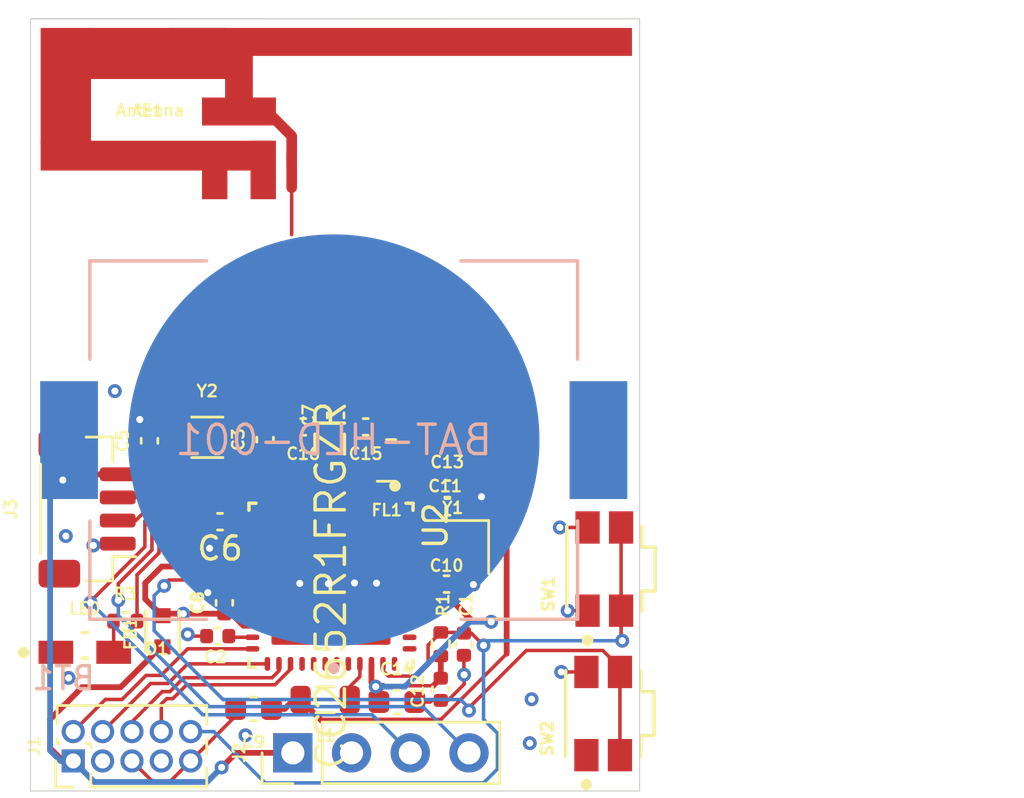
<source format=kicad_pcb>
(kicad_pcb (version 20171130) (host pcbnew 5.1.9-73d0e3b20d~88~ubuntu20.04.1)

  (general
    (thickness 1.6)
    (drawings 9)
    (tracks 307)
    (zones 0)
    (modules 31)
    (nets 28)
  )

  (page A4)
  (layers
    (0 F.Cu signal)
    (1 In1.Cu power)
    (2 In2.Cu signal)
    (31 B.Cu signal)
    (32 B.Adhes user)
    (33 F.Adhes user)
    (34 B.Paste user)
    (35 F.Paste user)
    (36 B.SilkS user)
    (37 F.SilkS user)
    (38 B.Mask user)
    (39 F.Mask user)
    (40 Dwgs.User user hide)
    (41 Cmts.User user hide)
    (42 Eco1.User user hide)
    (43 Eco2.User user hide)
    (44 Edge.Cuts user)
    (45 Margin user hide)
    (46 B.CrtYd user hide)
    (47 F.CrtYd user hide)
    (48 B.Fab user hide)
    (49 F.Fab user hide)
  )

  (setup
    (last_trace_width 0.1524)
    (user_trace_width 0.1524)
    (user_trace_width 0.25)
    (user_trace_width 0.4)
    (trace_clearance 0.1524)
    (zone_clearance 0.35)
    (zone_45_only no)
    (trace_min 0.15)
    (via_size 0.6)
    (via_drill 0.3048)
    (via_min_size 0.6)
    (via_min_drill 0.3048)
    (uvia_size 0.3)
    (uvia_drill 0.1)
    (uvias_allowed no)
    (uvia_min_size 0.2)
    (uvia_min_drill 0.1)
    (edge_width 0.05)
    (segment_width 0.2)
    (pcb_text_width 0.3)
    (pcb_text_size 1.5 1.5)
    (mod_edge_width 0.12)
    (mod_text_size 0.5 0.5)
    (mod_text_width 0.1)
    (pad_size 0.5 0.5)
    (pad_drill 0.2)
    (pad_to_mask_clearance 0)
    (aux_axis_origin 0 0)
    (visible_elements FFFFFF7F)
    (pcbplotparams
      (layerselection 0x010fc_ffffffff)
      (usegerberextensions false)
      (usegerberattributes true)
      (usegerberadvancedattributes true)
      (creategerberjobfile true)
      (excludeedgelayer true)
      (linewidth 0.100000)
      (plotframeref false)
      (viasonmask false)
      (mode 1)
      (useauxorigin false)
      (hpglpennumber 1)
      (hpglpenspeed 20)
      (hpglpendiameter 15.000000)
      (psnegative false)
      (psa4output false)
      (plotreference true)
      (plotvalue true)
      (plotinvisibletext false)
      (padsonsilk false)
      (subtractmaskfromsilk false)
      (outputformat 1)
      (mirror false)
      (drillshape 1)
      (scaleselection 1)
      (outputdirectory ""))
  )

  (net 0 "")
  (net 1 "Net-(AE1-Pad1)")
  (net 2 VDD)
  (net 3 GND)
  (net 4 /nReset)
  (net 5 "Net-(C2-Pad2)")
  (net 6 /X32K_Q1)
  (net 7 /X32K_Q2)
  (net 8 /TDI)
  (net 9 /TDO)
  (net 10 /TCKC)
  (net 11 /TMSC)
  (net 12 /DCDC_SW)
  (net 13 "Net-(U2-Pad46)")
  (net 14 "Net-(U2-Pad47)")
  (net 15 VDDS)
  (net 16 VDDR)
  (net 17 "Net-(FL1-Pad4)")
  (net 18 "Net-(FL1-Pad3)")
  (net 19 "Net-(C15-Pad2)")
  (net 20 "Net-(C15-Pad1)")
  (net 21 "Net-(D1-Pad2)")
  (net 22 /SDA)
  (net 23 /SCL)
  (net 24 /RXD)
  (net 25 /TXD)
  (net 26 /GLED)
  (net 27 "Net-(SW2-Pad2')")

  (net_class Default "This is the default net class."
    (clearance 0.1524)
    (trace_width 0.1524)
    (via_dia 0.6)
    (via_drill 0.3048)
    (uvia_dia 0.3)
    (uvia_drill 0.1)
    (add_net /DCDC_SW)
    (add_net /GLED)
    (add_net /RXD)
    (add_net /SCL)
    (add_net /SDA)
    (add_net /TCKC)
    (add_net /TDI)
    (add_net /TDO)
    (add_net /TMSC)
    (add_net /TXD)
    (add_net /X32K_Q1)
    (add_net /X32K_Q2)
    (add_net /nReset)
    (add_net GND)
    (add_net "Net-(AE1-Pad1)")
    (add_net "Net-(C15-Pad1)")
    (add_net "Net-(C15-Pad2)")
    (add_net "Net-(C2-Pad2)")
    (add_net "Net-(D1-Pad2)")
    (add_net "Net-(FL1-Pad3)")
    (add_net "Net-(FL1-Pad4)")
    (add_net "Net-(SW2-Pad2')")
    (add_net "Net-(U2-Pad46)")
    (add_net "Net-(U2-Pad47)")
  )

  (net_class power ""
    (clearance 0.1524)
    (trace_width 0.25)
    (via_dia 0.6)
    (via_drill 0.3048)
    (uvia_dia 0.3)
    (uvia_drill 0.1)
    (add_net VDD)
    (add_net VDDR)
    (add_net VDDS)
  )

  (module rf_star:Linx-BAT-HLD-001-0 (layer B.Cu) (tedit 5EF16272) (tstamp 605BB0F3)
    (at 153.02 118.52)
    (path /603F23DD)
    (fp_text reference BT1 (at -13.15 10.3) (layer B.SilkS)
      (effects (font (size 1 1) (thickness 0.15)) (justify right mirror))
    )
    (fp_text value BAT-HLD-001 (at 0 0) (layer B.SilkS)
      (effects (font (size 1.27 1.27) (thickness 0.15)) (justify mirror))
    )
    (fp_line (start 10.55 -7.75) (end 5.5 -7.75) (layer B.SilkS) (width 0.15))
    (fp_line (start -10.55 -7.75) (end -5.5 -7.75) (layer B.SilkS) (width 0.15))
    (fp_line (start 10.55 7.75) (end 5.5 7.75) (layer B.SilkS) (width 0.15))
    (fp_line (start -10.55 7.75) (end -5.5 7.75) (layer B.SilkS) (width 0.15))
    (fp_line (start 10.55 -7.75) (end 10.55 -3.5) (layer B.SilkS) (width 0.15))
    (fp_line (start 10.55 7.75) (end 10.55 3.5) (layer B.SilkS) (width 0.15))
    (fp_line (start -10.55 7.75) (end -10.55 3.5) (layer B.SilkS) (width 0.15))
    (fp_line (start -10.55 -7.75) (end -10.55 -3.5) (layer B.SilkS) (width 0.15))
    (fp_circle (center 0 9.875) (end 0.125 9.875) (layer B.SilkS) (width 0.25))
    (fp_line (start 12.875 -9.075) (end 12.875 9.075) (layer B.CrtYd) (width 0.15))
    (fp_line (start -12.875 -9.075) (end 12.875 -9.075) (layer B.CrtYd) (width 0.15))
    (fp_line (start -12.875 9.075) (end -12.875 -9.075) (layer B.CrtYd) (width 0.15))
    (fp_line (start 12.875 9.075) (end -12.875 9.075) (layer B.CrtYd) (width 0.15))
    (fp_line (start 12.875 9.075) (end 12.875 9.075) (layer B.CrtYd) (width 0.15))
    (fp_line (start 10.55 -7.75) (end -10.55 -7.75) (layer B.Fab) (width 0.15))
    (fp_line (start 10.55 7.75) (end 10.55 -7.75) (layer B.Fab) (width 0.15))
    (fp_line (start -10.55 7.75) (end 10.55 7.75) (layer B.Fab) (width 0.15))
    (fp_line (start -10.55 -7.75) (end -10.55 7.75) (layer B.Fab) (width 0.15))
    (pad 2 smd rect (at -11.45 0) (size 2.5 5.1) (layers B.Cu B.Paste B.Mask)
      (net 2 VDD))
    (pad 2 smd rect (at 11.45 0) (size 2.5 5.1) (layers B.Cu B.Paste B.Mask)
      (net 2 VDD))
    (pad 1 smd circle (at 0 0) (size 17.8 17.8) (layers B.Cu B.Paste B.Mask)
      (net 3 GND))
    (model eec.models/Linx_-_BAT-HLD-001.step
      (at (xyz 0 0 0))
      (scale (xyz 1 1 1))
      (rotate (xyz 0 0 0))
    )
  )

  (module rf_star:Texas_Instruments-CC2652R1FRGZR-MFG (layer F.Cu) (tedit 605A660D) (tstamp 605A780B)
    (at 152.9 124.8 270)
    (path /602E7A21)
    (fp_text reference U2 (at -3.675 -4.525 90) (layer F.SilkS)
      (effects (font (size 1 1) (thickness 0.15)) (justify right))
    )
    (fp_text value CC2652R1FRGZR (at 0 0 90) (layer F.SilkS)
      (effects (font (size 1.27 1.27) (thickness 0.15)))
    )
    (fp_line (start -3.55 3.55) (end -3.55 -3.55) (layer F.Fab) (width 0.15))
    (fp_line (start -3.55 -3.55) (end 3.55 -3.55) (layer F.Fab) (width 0.15))
    (fp_line (start 3.55 -3.55) (end 3.55 3.55) (layer F.Fab) (width 0.15))
    (fp_line (start 3.55 3.55) (end -3.55 3.55) (layer F.Fab) (width 0.15))
    (fp_line (start 3.725 -3.725) (end 3.725 -3.725) (layer F.CrtYd) (width 0.15))
    (fp_line (start 3.725 -3.725) (end -3.725 -3.725) (layer F.CrtYd) (width 0.15))
    (fp_line (start -3.725 -3.725) (end -3.725 3.725) (layer F.CrtYd) (width 0.15))
    (fp_line (start -3.725 3.725) (end 3.725 3.725) (layer F.CrtYd) (width 0.15))
    (fp_line (start 3.725 3.725) (end 3.725 -3.725) (layer F.CrtYd) (width 0.15))
    (fp_line (start -3.55 -3.55) (end -3.245 -3.55) (layer F.SilkS) (width 0.15))
    (fp_line (start 3.245 -3.55) (end 3.55 -3.55) (layer F.SilkS) (width 0.15))
    (fp_line (start 3.55 3.55) (end 3.55 3.245) (layer F.SilkS) (width 0.15))
    (fp_line (start 3.55 -3.245) (end 3.55 -3.55) (layer F.SilkS) (width 0.15))
    (fp_line (start -3.55 3.55) (end -3.245 3.55) (layer F.SilkS) (width 0.15))
    (fp_line (start 3.245 3.55) (end 3.55 3.55) (layer F.SilkS) (width 0.15))
    (fp_line (start -3.55 3.55) (end -3.55 3.245) (layer F.SilkS) (width 0.15))
    (fp_line (start -3.55 -3.245) (end -3.55 -3.55) (layer F.SilkS) (width 0.15))
    (fp_circle (center -4.3 -2.77) (end -4.175 -2.77) (layer F.SilkS) (width 0.25))
    (pad 1 smd roundrect (at -3.4 -2.75 270) (size 0.6 0.24) (layers F.Cu F.Paste F.Mask) (roundrect_rratio 0.4166666667)
      (net 17 "Net-(FL1-Pad4)"))
    (pad 2 smd roundrect (at -3.4 -2.25 270) (size 0.6 0.24) (layers F.Cu F.Paste F.Mask) (roundrect_rratio 0.4166666667)
      (net 18 "Net-(FL1-Pad3)"))
    (pad 3 smd roundrect (at -3.4 -1.75 270) (size 0.6 0.24) (layers F.Cu F.Paste F.Mask) (roundrect_rratio 0.4166666667)
      (net 6 /X32K_Q1))
    (pad 4 smd roundrect (at -3.4 -1.25 270) (size 0.6 0.24) (layers F.Cu F.Paste F.Mask) (roundrect_rratio 0.4166666667)
      (net 7 /X32K_Q2))
    (pad 5 smd roundrect (at -3.4 -0.75 270) (size 0.6 0.24) (layers F.Cu F.Paste F.Mask) (roundrect_rratio 0.4166666667))
    (pad 6 smd roundrect (at -3.4 -0.25 270) (size 0.6 0.24) (layers F.Cu F.Paste F.Mask) (roundrect_rratio 0.4166666667))
    (pad 7 smd roundrect (at -3.4 0.25 270) (size 0.6 0.24) (layers F.Cu F.Paste F.Mask) (roundrect_rratio 0.4166666667)
      (net 24 /RXD))
    (pad 8 smd roundrect (at -3.4 0.75 270) (size 0.6 0.24) (layers F.Cu F.Paste F.Mask) (roundrect_rratio 0.4166666667)
      (net 25 /TXD))
    (pad 9 smd roundrect (at -3.4 1.25 270) (size 0.6 0.24) (layers F.Cu F.Paste F.Mask) (roundrect_rratio 0.4166666667)
      (net 23 /SCL))
    (pad 10 smd roundrect (at -3.4 1.75 270) (size 0.6 0.24) (layers F.Cu F.Paste F.Mask) (roundrect_rratio 0.4166666667)
      (net 22 /SDA))
    (pad 11 smd roundrect (at -3.4 2.25 270) (size 0.6 0.24) (layers F.Cu F.Paste F.Mask) (roundrect_rratio 0.4166666667))
    (pad 12 smd roundrect (at -3.4 2.75 270) (size 0.6 0.24) (layers F.Cu F.Paste F.Mask) (roundrect_rratio 0.4166666667)
      (net 26 /GLED))
    (pad 13 smd roundrect (at -2.75 3.4 270) (size 0.24 0.6) (layers F.Cu F.Paste F.Mask) (roundrect_rratio 0.4166666667)
      (net 15 VDDS))
    (pad 14 smd roundrect (at -2.25 3.4 270) (size 0.24 0.6) (layers F.Cu F.Paste F.Mask) (roundrect_rratio 0.4166666667))
    (pad 15 smd roundrect (at -1.75 3.4 270) (size 0.24 0.6) (layers F.Cu F.Paste F.Mask) (roundrect_rratio 0.4166666667))
    (pad 16 smd roundrect (at -1.25 3.4 270) (size 0.24 0.6) (layers F.Cu F.Paste F.Mask) (roundrect_rratio 0.4166666667))
    (pad 17 smd roundrect (at -0.75 3.4 270) (size 0.24 0.6) (layers F.Cu F.Paste F.Mask) (roundrect_rratio 0.4166666667))
    (pad 18 smd roundrect (at -0.25 3.4 270) (size 0.24 0.6) (layers F.Cu F.Paste F.Mask) (roundrect_rratio 0.4166666667))
    (pad 19 smd roundrect (at 0.25 3.4 270) (size 0.24 0.6) (layers F.Cu F.Paste F.Mask) (roundrect_rratio 0.4166666667)
      (net 27 "Net-(SW2-Pad2')"))
    (pad 20 smd roundrect (at 0.75 3.4 270) (size 0.24 0.6) (layers F.Cu F.Paste F.Mask) (roundrect_rratio 0.4166666667))
    (pad 21 smd roundrect (at 1.25 3.4 270) (size 0.24 0.6) (layers F.Cu F.Paste F.Mask) (roundrect_rratio 0.4166666667))
    (pad 22 smd roundrect (at 1.75 3.4 270) (size 0.24 0.6) (layers F.Cu F.Paste F.Mask) (roundrect_rratio 0.4166666667)
      (net 15 VDDS))
    (pad 23 smd roundrect (at 2.25 3.4 270) (size 0.24 0.6) (layers F.Cu F.Paste F.Mask) (roundrect_rratio 0.4166666667)
      (net 5 "Net-(C2-Pad2)"))
    (pad 24 smd roundrect (at 2.75 3.4 270) (size 0.24 0.6) (layers F.Cu F.Paste F.Mask) (roundrect_rratio 0.4166666667)
      (net 11 /TMSC))
    (pad 25 smd roundrect (at 3.4 2.75 270) (size 0.6 0.24) (layers F.Cu F.Paste F.Mask) (roundrect_rratio 0.4166666667)
      (net 10 /TCKC))
    (pad 26 smd roundrect (at 3.4 2.25 270) (size 0.6 0.24) (layers F.Cu F.Paste F.Mask) (roundrect_rratio 0.4166666667)
      (net 9 /TDO))
    (pad 27 smd roundrect (at 3.4 1.75 270) (size 0.6 0.24) (layers F.Cu F.Paste F.Mask) (roundrect_rratio 0.4166666667)
      (net 8 /TDI))
    (pad 28 smd roundrect (at 3.4 1.25 270) (size 0.6 0.24) (layers F.Cu F.Paste F.Mask) (roundrect_rratio 0.4166666667))
    (pad 29 smd roundrect (at 3.4 0.75 270) (size 0.6 0.24) (layers F.Cu F.Paste F.Mask) (roundrect_rratio 0.4166666667))
    (pad 30 smd roundrect (at 3.4 0.25 270) (size 0.6 0.24) (layers F.Cu F.Paste F.Mask) (roundrect_rratio 0.4166666667))
    (pad 31 smd roundrect (at 3.4 -0.25 270) (size 0.6 0.24) (layers F.Cu F.Paste F.Mask) (roundrect_rratio 0.4166666667))
    (pad 32 smd roundrect (at 3.4 -0.75 270) (size 0.6 0.24) (layers F.Cu F.Paste F.Mask) (roundrect_rratio 0.4166666667))
    (pad 33 smd roundrect (at 3.4 -1.25 270) (size 0.6 0.24) (layers F.Cu F.Paste F.Mask) (roundrect_rratio 0.4166666667)
      (net 12 /DCDC_SW))
    (pad 34 smd roundrect (at 3.4 -1.75 270) (size 0.6 0.24) (layers F.Cu F.Paste F.Mask) (roundrect_rratio 0.4166666667)
      (net 15 VDDS))
    (pad 35 smd roundrect (at 3.4 -2.25 270) (size 0.6 0.24) (layers F.Cu F.Paste F.Mask) (roundrect_rratio 0.4166666667)
      (net 4 /nReset))
    (pad 36 smd roundrect (at 3.4 -2.75 270) (size 0.6 0.24) (layers F.Cu F.Paste F.Mask) (roundrect_rratio 0.4166666667))
    (pad 37 smd roundrect (at 2.75 -3.4 270) (size 0.24 0.6) (layers F.Cu F.Paste F.Mask) (roundrect_rratio 0.4166666667))
    (pad 38 smd roundrect (at 2.25 -3.4 270) (size 0.24 0.6) (layers F.Cu F.Paste F.Mask) (roundrect_rratio 0.4166666667))
    (pad 39 smd roundrect (at 1.75 -3.4 270) (size 0.24 0.6) (layers F.Cu F.Paste F.Mask) (roundrect_rratio 0.4166666667))
    (pad 40 smd roundrect (at 1.25 -3.4 270) (size 0.24 0.6) (layers F.Cu F.Paste F.Mask) (roundrect_rratio 0.4166666667))
    (pad 41 smd roundrect (at 0.75 -3.4 270) (size 0.24 0.6) (layers F.Cu F.Paste F.Mask) (roundrect_rratio 0.4166666667))
    (pad 42 smd roundrect (at 0.25 -3.4 270) (size 0.24 0.6) (layers F.Cu F.Paste F.Mask) (roundrect_rratio 0.4166666667))
    (pad 43 smd roundrect (at -0.25 -3.4 270) (size 0.24 0.6) (layers F.Cu F.Paste F.Mask) (roundrect_rratio 0.4166666667))
    (pad 44 smd roundrect (at -0.75 -3.4 270) (size 0.24 0.6) (layers F.Cu F.Paste F.Mask) (roundrect_rratio 0.4166666667)
      (net 15 VDDS))
    (pad 45 smd roundrect (at -1.25 -3.4 270) (size 0.24 0.6) (layers F.Cu F.Paste F.Mask) (roundrect_rratio 0.4166666667)
      (net 16 VDDR))
    (pad 46 smd roundrect (at -1.75 -3.4 270) (size 0.24 0.6) (layers F.Cu F.Paste F.Mask) (roundrect_rratio 0.4166666667)
      (net 13 "Net-(U2-Pad46)"))
    (pad 47 smd roundrect (at -2.25 -3.4 270) (size 0.24 0.6) (layers F.Cu F.Paste F.Mask) (roundrect_rratio 0.4166666667)
      (net 14 "Net-(U2-Pad47)"))
    (pad 48 smd roundrect (at -2.75 -3.4 270) (size 0.24 0.6) (layers F.Cu F.Paste F.Mask) (roundrect_rratio 0.4166666667)
      (net 16 VDDR))
    (pad 49 smd roundrect (at 0 0 270) (size 5.15 5.15) (layers F.Cu F.Mask) (roundrect_rratio 0.0194174757)
      (net 3 GND))
    (pad ~ smd roundrect (at -1.89 -1.89 270) (size 1.06 1.06) (layers F.Paste) (roundrect_rratio 0.09433962260000001))
    (pad ~ smd roundrect (at -0.63 -1.89 270) (size 1.06 1.06) (layers F.Paste) (roundrect_rratio 0.09433962260000001))
    (pad ~ smd roundrect (at 0.63 -1.89 270) (size 1.06 1.06) (layers F.Paste) (roundrect_rratio 0.09433962260000001))
    (pad ~ smd roundrect (at 1.89 -1.89 270) (size 1.06 1.06) (layers F.Paste) (roundrect_rratio 0.09433962260000001))
    (pad ~ smd roundrect (at -1.89 -0.629999 270) (size 1.06 1.06) (layers F.Paste) (roundrect_rratio 0.09433962260000001))
    (pad ~ smd roundrect (at -0.63 -0.629999 270) (size 1.06 1.06) (layers F.Paste) (roundrect_rratio 0.09433962260000001))
    (pad ~ smd roundrect (at 0.63 -0.629999 270) (size 1.06 1.06) (layers F.Paste) (roundrect_rratio 0.09433962260000001))
    (pad ~ smd roundrect (at 1.89 -0.629999 270) (size 1.06 1.06) (layers F.Paste) (roundrect_rratio 0.09433962260000001))
    (pad ~ smd roundrect (at -1.89 0.630001 270) (size 1.06 1.06) (layers F.Paste) (roundrect_rratio 0.09433962260000001))
    (pad ~ smd roundrect (at -0.63 0.630001 270) (size 1.06 1.06) (layers F.Paste) (roundrect_rratio 0.09433962260000001))
    (pad ~ smd roundrect (at 0.63 0.630001 270) (size 1.06 1.06) (layers F.Paste) (roundrect_rratio 0.09433962260000001))
    (pad ~ smd roundrect (at 1.89 0.630001 270) (size 1.06 1.06) (layers F.Paste) (roundrect_rratio 0.09433962260000001))
    (pad ~ smd roundrect (at -1.89 1.890001 270) (size 1.06 1.06) (layers F.Paste) (roundrect_rratio 0.09433962260000001))
    (pad ~ smd roundrect (at -0.63 1.890001 270) (size 1.06 1.06) (layers F.Paste) (roundrect_rratio 0.09433962260000001))
    (pad ~ smd roundrect (at 0.63 1.890001 270) (size 1.06 1.06) (layers F.Paste) (roundrect_rratio 0.09433962260000001))
    (pad ~ smd roundrect (at 1.89 1.890001 270) (size 1.06 1.06) (layers F.Paste) (roundrect_rratio 0.09433962260000001))
  )

  (module Capacitor_SMD:C_0402_1005Metric (layer F.Cu) (tedit 5F68FEEE) (tstamp 605B99E3)
    (at 148.29 125.56 90)
    (descr "Capacitor SMD 0402 (1005 Metric), square (rectangular) end terminal, IPC_7351 nominal, (Body size source: IPC-SM-782 page 76, https://www.pcb-3d.com/wordpress/wp-content/uploads/ipc-sm-782a_amendment_1_and_2.pdf), generated with kicad-footprint-generator")
    (tags capacitor)
    (path /602EDAD7)
    (attr smd)
    (fp_text reference C8 (at 0 -1.16 90) (layer F.SilkS)
      (effects (font (size 0.5 0.5) (thickness 0.15)))
    )
    (fp_text value 100n (at 0 1.16 90) (layer F.Fab) hide
      (effects (font (size 1 1) (thickness 0.15)))
    )
    (fp_line (start 0.91 0.46) (end -0.91 0.46) (layer F.CrtYd) (width 0.05))
    (fp_line (start 0.91 -0.46) (end 0.91 0.46) (layer F.CrtYd) (width 0.05))
    (fp_line (start -0.91 -0.46) (end 0.91 -0.46) (layer F.CrtYd) (width 0.05))
    (fp_line (start -0.91 0.46) (end -0.91 -0.46) (layer F.CrtYd) (width 0.05))
    (fp_line (start -0.107836 0.36) (end 0.107836 0.36) (layer F.SilkS) (width 0.12))
    (fp_line (start -0.107836 -0.36) (end 0.107836 -0.36) (layer F.SilkS) (width 0.12))
    (fp_line (start 0.5 0.25) (end -0.5 0.25) (layer F.Fab) (width 0.1))
    (fp_line (start 0.5 -0.25) (end 0.5 0.25) (layer F.Fab) (width 0.1))
    (fp_line (start -0.5 -0.25) (end 0.5 -0.25) (layer F.Fab) (width 0.1))
    (fp_line (start -0.5 0.25) (end -0.5 -0.25) (layer F.Fab) (width 0.1))
    (fp_text user %R (at 0 0 90) (layer F.Fab) hide
      (effects (font (size 0.25 0.25) (thickness 0.04)))
    )
    (pad 2 smd roundrect (at 0.48 0 90) (size 0.56 0.62) (layers F.Cu F.Paste F.Mask) (roundrect_rratio 0.25)
      (net 3 GND))
    (pad 1 smd roundrect (at -0.48 0 90) (size 0.56 0.62) (layers F.Cu F.Paste F.Mask) (roundrect_rratio 0.25)
      (net 15 VDDS))
    (model ${KISYS3DMOD}/Capacitor_SMD.3dshapes/C_0402_1005Metric.wrl
      (at (xyz 0 0 0))
      (scale (xyz 1 1 1))
      (rotate (xyz 0 0 0))
    )
  )

  (module Capacitor_SMD:C_0402_1005Metric (layer F.Cu) (tedit 5F68FEEE) (tstamp 605AA0EF)
    (at 148.1 122.05 180)
    (descr "Capacitor SMD 0402 (1005 Metric), square (rectangular) end terminal, IPC_7351 nominal, (Body size source: IPC-SM-782 page 76, https://www.pcb-3d.com/wordpress/wp-content/uploads/ipc-sm-782a_amendment_1_and_2.pdf), generated with kicad-footprint-generator")
    (tags capacitor)
    (path /602ED387)
    (attr smd)
    (fp_text reference C6 (at 0 -1.16) (layer F.SilkS)
      (effects (font (size 1 1) (thickness 0.15)))
    )
    (fp_text value 100n (at 0 1.16) (layer F.Fab)
      (effects (font (size 1 1) (thickness 0.15)))
    )
    (fp_line (start 0.91 0.46) (end -0.91 0.46) (layer F.CrtYd) (width 0.05))
    (fp_line (start 0.91 -0.46) (end 0.91 0.46) (layer F.CrtYd) (width 0.05))
    (fp_line (start -0.91 -0.46) (end 0.91 -0.46) (layer F.CrtYd) (width 0.05))
    (fp_line (start -0.91 0.46) (end -0.91 -0.46) (layer F.CrtYd) (width 0.05))
    (fp_line (start -0.107836 0.36) (end 0.107836 0.36) (layer F.SilkS) (width 0.12))
    (fp_line (start -0.107836 -0.36) (end 0.107836 -0.36) (layer F.SilkS) (width 0.12))
    (fp_line (start 0.5 0.25) (end -0.5 0.25) (layer F.Fab) (width 0.1))
    (fp_line (start 0.5 -0.25) (end 0.5 0.25) (layer F.Fab) (width 0.1))
    (fp_line (start -0.5 -0.25) (end 0.5 -0.25) (layer F.Fab) (width 0.1))
    (fp_line (start -0.5 0.25) (end -0.5 -0.25) (layer F.Fab) (width 0.1))
    (fp_text user %R (at 0 0) (layer F.Fab)
      (effects (font (size 0.25 0.25) (thickness 0.04)))
    )
    (pad 2 smd roundrect (at 0.48 0 180) (size 0.56 0.62) (layers F.Cu F.Paste F.Mask) (roundrect_rratio 0.25)
      (net 3 GND))
    (pad 1 smd roundrect (at -0.48 0 180) (size 0.56 0.62) (layers F.Cu F.Paste F.Mask) (roundrect_rratio 0.25)
      (net 15 VDDS))
    (model ${KISYS3DMOD}/Capacitor_SMD.3dshapes/C_0402_1005Metric.wrl
      (at (xyz 0 0 0))
      (scale (xyz 1 1 1))
      (rotate (xyz 0 0 0))
    )
  )

  (module Capacitor_SMD:C_0402_1005Metric (layer F.Cu) (tedit 5F68FEEE) (tstamp 604F4CDF)
    (at 151.7 117.95 180)
    (descr "Capacitor SMD 0402 (1005 Metric), square (rectangular) end terminal, IPC_7351 nominal, (Body size source: IPC-SM-782 page 76, https://www.pcb-3d.com/wordpress/wp-content/uploads/ipc-sm-782a_amendment_1_and_2.pdf), generated with kicad-footprint-generator")
    (tags capacitor)
    (path /6033CF1E)
    (attr smd)
    (fp_text reference C16 (at 0 -1.16) (layer F.SilkS)
      (effects (font (size 0.5 0.5) (thickness 0.1)))
    )
    (fp_text value CAP (at 0 1.16) (layer F.Fab)
      (effects (font (size 1 1) (thickness 0.15)))
    )
    (fp_line (start 0.91 0.46) (end -0.91 0.46) (layer F.CrtYd) (width 0.05))
    (fp_line (start 0.91 -0.46) (end 0.91 0.46) (layer F.CrtYd) (width 0.05))
    (fp_line (start -0.91 -0.46) (end 0.91 -0.46) (layer F.CrtYd) (width 0.05))
    (fp_line (start -0.91 0.46) (end -0.91 -0.46) (layer F.CrtYd) (width 0.05))
    (fp_line (start -0.107836 0.36) (end 0.107836 0.36) (layer F.SilkS) (width 0.12))
    (fp_line (start -0.107836 -0.36) (end 0.107836 -0.36) (layer F.SilkS) (width 0.12))
    (fp_line (start 0.5 0.25) (end -0.5 0.25) (layer F.Fab) (width 0.1))
    (fp_line (start 0.5 -0.25) (end 0.5 0.25) (layer F.Fab) (width 0.1))
    (fp_line (start -0.5 -0.25) (end 0.5 -0.25) (layer F.Fab) (width 0.1))
    (fp_line (start -0.5 0.25) (end -0.5 -0.25) (layer F.Fab) (width 0.1))
    (fp_text user %R (at 0 0) (layer F.Fab)
      (effects (font (size 1 1) (thickness 0.15)))
    )
    (pad 2 smd roundrect (at 0.48 0 180) (size 0.56 0.62) (layers F.Cu F.Paste F.Mask) (roundrect_rratio 0.25)
      (net 1 "Net-(AE1-Pad1)"))
    (pad 1 smd roundrect (at -0.48 0 180) (size 0.56 0.62) (layers F.Cu F.Paste F.Mask) (roundrect_rratio 0.25)
      (net 19 "Net-(C15-Pad2)"))
    (model ${KISYS3DMOD}/Capacitor_SMD.3dshapes/C_0402_1005Metric.wrl
      (at (xyz 0 0 0))
      (scale (xyz 1 1 1))
      (rotate (xyz 0 0 0))
    )
  )

  (module rf_star:Panasonic-EVQ-P7A01P-0-0-MFG (layer F.Cu) (tedit 5EF140FA) (tstamp 605A5E5E)
    (at 165 130.35 90)
    (path /605AF7E7)
    (fp_text reference SW2 (at -1.925 -2.75 90) (layer F.SilkS)
      (effects (font (size 0.5 0.5) (thickness 0.15)) (justify left))
    )
    (fp_text value EVQ-P7A01P-switch2 (at 0 0 90) (layer F.SilkS) hide
      (effects (font (size 1.27 1.27) (thickness 0.15)))
    )
    (fp_line (start 1.85 -1.95) (end -1.85 -1.95) (layer F.SilkS) (width 0.15))
    (fp_line (start -1.85 1.3) (end -0.95 1.3) (layer F.SilkS) (width 0.15))
    (fp_line (start 0.95 1.3) (end 1.85 1.3) (layer F.SilkS) (width 0.15))
    (fp_line (start -0.95 1.3) (end -0.95 1.875) (layer F.SilkS) (width 0.15))
    (fp_line (start 0.95 1.3) (end 0.95 1.875) (layer F.SilkS) (width 0.15))
    (fp_line (start 0.95 1.875) (end -0.95 1.875) (layer F.SilkS) (width 0.15))
    (fp_circle (center -3.075 -1.05) (end -2.95 -1.05) (layer F.SilkS) (width 0.25))
    (fp_line (start 2.525 1.9) (end 2.525 -1.9) (layer F.CrtYd) (width 0.15))
    (fp_line (start -2.525 1.9) (end 2.525 1.9) (layer F.CrtYd) (width 0.15))
    (fp_line (start -2.525 -1.9) (end -2.525 1.9) (layer F.CrtYd) (width 0.15))
    (fp_line (start 2.525 -1.9) (end -2.525 -1.9) (layer F.CrtYd) (width 0.15))
    (fp_line (start 2.525 -1.9) (end 2.525 -1.9) (layer F.CrtYd) (width 0.15))
    (fp_line (start 1.85 1.875) (end -1.85 1.875) (layer F.Fab) (width 0.15))
    (fp_line (start 1.85 -1.875) (end 1.85 1.875) (layer F.Fab) (width 0.15))
    (fp_line (start -1.85 -1.875) (end 1.85 -1.875) (layer F.Fab) (width 0.15))
    (fp_line (start -1.85 1.875) (end -1.85 -1.875) (layer F.Fab) (width 0.15))
    (pad 1 smd rect (at -1.8 -1.05 90) (size 1.4 1.05) (layers F.Cu F.Paste F.Mask)
      (net 3 GND))
    (pad 1' smd rect (at 1.8 -1.05 90) (size 1.4 1.05) (layers F.Cu F.Paste F.Mask)
      (net 3 GND))
    (pad 2 smd rect (at -1.8 0.4 90) (size 1.4 1.05) (layers F.Cu F.Paste F.Mask)
      (net 27 "Net-(SW2-Pad2')"))
    (pad 2' smd rect (at 1.8 0.4 90) (size 1.4 1.05) (layers F.Cu F.Paste F.Mask)
      (net 27 "Net-(SW2-Pad2')"))
    (model eec.models/Panasonic_-_EVQ-P7A01P.step
      (offset (xyz 436.0304142514801 -0.789482788143158 -91.26687222930909))
      (scale (xyz 1 1 1))
      (rotate (xyz -90 0 0))
    )
  )

  (module rf_star:Panasonic-EVQ-P7A01P-0-0-MFG (layer F.Cu) (tedit 5EF140FA) (tstamp 605A5E46)
    (at 165.05 124.1 90)
    (path /605CAD9C)
    (fp_text reference SW1 (at -1.925 -2.75 90) (layer F.SilkS)
      (effects (font (size 0.5 0.5) (thickness 0.15)) (justify left))
    )
    (fp_text value EVQ-P7A01P-switch2 (at 0 0 90) (layer F.SilkS) hide
      (effects (font (size 1.27 1.27) (thickness 0.15)))
    )
    (fp_line (start 1.85 -1.95) (end -1.85 -1.95) (layer F.SilkS) (width 0.15))
    (fp_line (start -1.85 1.3) (end -0.95 1.3) (layer F.SilkS) (width 0.15))
    (fp_line (start 0.95 1.3) (end 1.85 1.3) (layer F.SilkS) (width 0.15))
    (fp_line (start -0.95 1.3) (end -0.95 1.875) (layer F.SilkS) (width 0.15))
    (fp_line (start 0.95 1.3) (end 0.95 1.875) (layer F.SilkS) (width 0.15))
    (fp_line (start 0.95 1.875) (end -0.95 1.875) (layer F.SilkS) (width 0.15))
    (fp_circle (center -3.075 -1.05) (end -2.95 -1.05) (layer F.SilkS) (width 0.25))
    (fp_line (start 2.525 1.9) (end 2.525 -1.9) (layer F.CrtYd) (width 0.15))
    (fp_line (start -2.525 1.9) (end 2.525 1.9) (layer F.CrtYd) (width 0.15))
    (fp_line (start -2.525 -1.9) (end -2.525 1.9) (layer F.CrtYd) (width 0.15))
    (fp_line (start 2.525 -1.9) (end -2.525 -1.9) (layer F.CrtYd) (width 0.15))
    (fp_line (start 2.525 -1.9) (end 2.525 -1.9) (layer F.CrtYd) (width 0.15))
    (fp_line (start 1.85 1.875) (end -1.85 1.875) (layer F.Fab) (width 0.15))
    (fp_line (start 1.85 -1.875) (end 1.85 1.875) (layer F.Fab) (width 0.15))
    (fp_line (start -1.85 -1.875) (end 1.85 -1.875) (layer F.Fab) (width 0.15))
    (fp_line (start -1.85 1.875) (end -1.85 -1.875) (layer F.Fab) (width 0.15))
    (pad 1 smd rect (at -1.8 -1.05 90) (size 1.4 1.05) (layers F.Cu F.Paste F.Mask)
      (net 3 GND))
    (pad 1' smd rect (at 1.8 -1.05 90) (size 1.4 1.05) (layers F.Cu F.Paste F.Mask)
      (net 3 GND))
    (pad 2 smd rect (at -1.8 0.4 90) (size 1.4 1.05) (layers F.Cu F.Paste F.Mask)
      (net 4 /nReset))
    (pad 2' smd rect (at 1.8 0.4 90) (size 1.4 1.05) (layers F.Cu F.Paste F.Mask)
      (net 4 /nReset))
    (model eec.models/Panasonic_-_EVQ-P7A01P.step
      (offset (xyz 436.0304142514801 -0.789482788143158 -91.26687222930909))
      (scale (xyz 1 1 1))
      (rotate (xyz -90 0 0))
    )
  )

  (module Resistor_SMD:R_0402_1005Metric (layer F.Cu) (tedit 5F68FEEE) (tstamp 604FAD66)
    (at 144 126.35)
    (descr "Resistor SMD 0402 (1005 Metric), square (rectangular) end terminal, IPC_7351 nominal, (Body size source: IPC-SM-782 page 72, https://www.pcb-3d.com/wordpress/wp-content/uploads/ipc-sm-782a_amendment_1_and_2.pdf), generated with kicad-footprint-generator")
    (tags resistor)
    (path /605FF149)
    (attr smd)
    (fp_text reference R3 (at 0 -1.17) (layer F.SilkS)
      (effects (font (size 0.5 0.5) (thickness 0.1)))
    )
    (fp_text value 150 (at 0 1.17) (layer F.Fab)
      (effects (font (size 1 1) (thickness 0.15)))
    )
    (fp_line (start 0.93 0.47) (end -0.93 0.47) (layer F.CrtYd) (width 0.05))
    (fp_line (start 0.93 -0.47) (end 0.93 0.47) (layer F.CrtYd) (width 0.05))
    (fp_line (start -0.93 -0.47) (end 0.93 -0.47) (layer F.CrtYd) (width 0.05))
    (fp_line (start -0.93 0.47) (end -0.93 -0.47) (layer F.CrtYd) (width 0.05))
    (fp_line (start -0.153641 0.38) (end 0.153641 0.38) (layer F.SilkS) (width 0.12))
    (fp_line (start -0.153641 -0.38) (end 0.153641 -0.38) (layer F.SilkS) (width 0.12))
    (fp_line (start 0.525 0.27) (end -0.525 0.27) (layer F.Fab) (width 0.1))
    (fp_line (start 0.525 -0.27) (end 0.525 0.27) (layer F.Fab) (width 0.1))
    (fp_line (start -0.525 -0.27) (end 0.525 -0.27) (layer F.Fab) (width 0.1))
    (fp_line (start -0.525 0.27) (end -0.525 -0.27) (layer F.Fab) (width 0.1))
    (fp_text user %R (at 0 0) (layer F.Fab)
      (effects (font (size 1 1) (thickness 0.15)))
    )
    (pad 2 smd roundrect (at 0.51 0) (size 0.54 0.64) (layers F.Cu F.Paste F.Mask) (roundrect_rratio 0.25)
      (net 26 /GLED))
    (pad 1 smd roundrect (at -0.51 0) (size 0.54 0.64) (layers F.Cu F.Paste F.Mask) (roundrect_rratio 0.25)
      (net 21 "Net-(D1-Pad2)"))
    (model ${KISYS3DMOD}/Resistor_SMD.3dshapes/R_0402_1005Metric.wrl
      (at (xyz 0 0 0))
      (scale (xyz 1 1 1))
      (rotate (xyz 0 0 0))
    )
  )

  (module Connector_JST:JST_SH_BM04B-SRSS-TB_1x04-1MP_P1.00mm_Vertical (layer F.Cu) (tedit 5B78AD87) (tstamp 604FACF5)
    (at 142.35 121.5 90)
    (descr "JST SH series connector, BM04B-SRSS-TB (http://www.jst-mfg.com/product/pdf/eng/eSH.pdf), generated with kicad-footprint-generator")
    (tags "connector JST SH side entry")
    (path /605D4F05)
    (attr smd)
    (fp_text reference J3 (at 0 -3.3 90) (layer F.SilkS)
      (effects (font (size 0.5 0.5) (thickness 0.1)))
    )
    (fp_text value Conn_01x04 (at 0 3.3 90) (layer F.Fab) hide
      (effects (font (size 1 1) (thickness 0.15)))
    )
    (fp_line (start -1.5 0.292893) (end -1 1) (layer F.Fab) (width 0.1))
    (fp_line (start -2 1) (end -1.5 0.292893) (layer F.Fab) (width 0.1))
    (fp_line (start 3.9 -2.6) (end -3.9 -2.6) (layer F.CrtYd) (width 0.05))
    (fp_line (start 3.9 2.6) (end 3.9 -2.6) (layer F.CrtYd) (width 0.05))
    (fp_line (start -3.9 2.6) (end 3.9 2.6) (layer F.CrtYd) (width 0.05))
    (fp_line (start -3.9 -2.6) (end -3.9 2.6) (layer F.CrtYd) (width 0.05))
    (fp_line (start 1.65 -1.55) (end 1.35 -1.55) (layer F.Fab) (width 0.1))
    (fp_line (start 1.65 -0.95) (end 1.65 -1.55) (layer F.Fab) (width 0.1))
    (fp_line (start 1.35 -0.95) (end 1.65 -0.95) (layer F.Fab) (width 0.1))
    (fp_line (start 1.35 -1.55) (end 1.35 -0.95) (layer F.Fab) (width 0.1))
    (fp_line (start 0.65 -1.55) (end 0.35 -1.55) (layer F.Fab) (width 0.1))
    (fp_line (start 0.65 -0.95) (end 0.65 -1.55) (layer F.Fab) (width 0.1))
    (fp_line (start 0.35 -0.95) (end 0.65 -0.95) (layer F.Fab) (width 0.1))
    (fp_line (start 0.35 -1.55) (end 0.35 -0.95) (layer F.Fab) (width 0.1))
    (fp_line (start -0.35 -1.55) (end -0.65 -1.55) (layer F.Fab) (width 0.1))
    (fp_line (start -0.35 -0.95) (end -0.35 -1.55) (layer F.Fab) (width 0.1))
    (fp_line (start -0.65 -0.95) (end -0.35 -0.95) (layer F.Fab) (width 0.1))
    (fp_line (start -0.65 -1.55) (end -0.65 -0.95) (layer F.Fab) (width 0.1))
    (fp_line (start -1.35 -1.55) (end -1.65 -1.55) (layer F.Fab) (width 0.1))
    (fp_line (start -1.35 -0.95) (end -1.35 -1.55) (layer F.Fab) (width 0.1))
    (fp_line (start -1.65 -0.95) (end -1.35 -0.95) (layer F.Fab) (width 0.1))
    (fp_line (start -1.65 -1.55) (end -1.65 -0.95) (layer F.Fab) (width 0.1))
    (fp_line (start 3 1) (end 3 -1.9) (layer F.Fab) (width 0.1))
    (fp_line (start -3 1) (end -3 -1.9) (layer F.Fab) (width 0.1))
    (fp_line (start -3 -1.9) (end 3 -1.9) (layer F.Fab) (width 0.1))
    (fp_line (start -1.94 -2.01) (end 1.94 -2.01) (layer F.SilkS) (width 0.12))
    (fp_line (start 3.11 1.11) (end 2.06 1.11) (layer F.SilkS) (width 0.12))
    (fp_line (start 3.11 -0.04) (end 3.11 1.11) (layer F.SilkS) (width 0.12))
    (fp_line (start -2.06 1.11) (end -2.06 2.1) (layer F.SilkS) (width 0.12))
    (fp_line (start -3.11 1.11) (end -2.06 1.11) (layer F.SilkS) (width 0.12))
    (fp_line (start -3.11 -0.04) (end -3.11 1.11) (layer F.SilkS) (width 0.12))
    (fp_line (start -3 1) (end 3 1) (layer F.Fab) (width 0.1))
    (fp_text user %R (at 0 -0.25 90) (layer F.Fab) hide
      (effects (font (size 1 1) (thickness 0.15)))
    )
    (pad MP smd roundrect (at 2.8 -1.2 90) (size 1.2 1.8) (layers F.Cu F.Paste F.Mask) (roundrect_rratio 0.208333))
    (pad MP smd roundrect (at -2.8 -1.2 90) (size 1.2 1.8) (layers F.Cu F.Paste F.Mask) (roundrect_rratio 0.208333))
    (pad 4 smd roundrect (at 1.5 1.325 90) (size 0.6 1.55) (layers F.Cu F.Paste F.Mask) (roundrect_rratio 0.25)
      (net 2 VDD))
    (pad 3 smd roundrect (at 0.5 1.325 90) (size 0.6 1.55) (layers F.Cu F.Paste F.Mask) (roundrect_rratio 0.25)
      (net 24 /RXD))
    (pad 2 smd roundrect (at -0.5 1.325 90) (size 0.6 1.55) (layers F.Cu F.Paste F.Mask) (roundrect_rratio 0.25)
      (net 25 /TXD))
    (pad 1 smd roundrect (at -1.5 1.325 90) (size 0.6 1.55) (layers F.Cu F.Paste F.Mask) (roundrect_rratio 0.25)
      (net 3 GND))
    (model ${KISYS3DMOD}/Connector_JST.3dshapes/JST_SH_BM04B-SRSS-TB_1x04-1MP_P1.00mm_Vertical.wrl
      (at (xyz 0 0 0))
      (scale (xyz 1 1 1))
      (rotate (xyz 0 0 0))
    )
  )

  (module Connector_PinHeader_2.54mm:PinHeader_1x04_P2.54mm_Vertical (layer F.Cu) (tedit 59FED5CC) (tstamp 604FACDD)
    (at 151.25 132.05 90)
    (descr "Through hole straight pin header, 1x04, 2.54mm pitch, single row")
    (tags "Through hole pin header THT 1x04 2.54mm single row")
    (path /6058542E)
    (fp_text reference J2 (at 0 -2.33 90) (layer F.SilkS)
      (effects (font (size 0.5 0.5) (thickness 0.1)))
    )
    (fp_text value Conn_01x04 (at 0 9.95 90) (layer F.Fab)
      (effects (font (size 1 1) (thickness 0.15)))
    )
    (fp_line (start 1.8 -1.8) (end -1.8 -1.8) (layer F.CrtYd) (width 0.05))
    (fp_line (start 1.8 9.4) (end 1.8 -1.8) (layer F.CrtYd) (width 0.05))
    (fp_line (start -1.8 9.4) (end 1.8 9.4) (layer F.CrtYd) (width 0.05))
    (fp_line (start -1.8 -1.8) (end -1.8 9.4) (layer F.CrtYd) (width 0.05))
    (fp_line (start -1.33 -1.33) (end 0 -1.33) (layer F.SilkS) (width 0.12))
    (fp_line (start -1.33 0) (end -1.33 -1.33) (layer F.SilkS) (width 0.12))
    (fp_line (start -1.33 1.27) (end 1.33 1.27) (layer F.SilkS) (width 0.12))
    (fp_line (start 1.33 1.27) (end 1.33 8.95) (layer F.SilkS) (width 0.12))
    (fp_line (start -1.33 1.27) (end -1.33 8.95) (layer F.SilkS) (width 0.12))
    (fp_line (start -1.33 8.95) (end 1.33 8.95) (layer F.SilkS) (width 0.12))
    (fp_line (start -1.27 -0.635) (end -0.635 -1.27) (layer F.Fab) (width 0.1))
    (fp_line (start -1.27 8.89) (end -1.27 -0.635) (layer F.Fab) (width 0.1))
    (fp_line (start 1.27 8.89) (end -1.27 8.89) (layer F.Fab) (width 0.1))
    (fp_line (start 1.27 -1.27) (end 1.27 8.89) (layer F.Fab) (width 0.1))
    (fp_line (start -0.635 -1.27) (end 1.27 -1.27) (layer F.Fab) (width 0.1))
    (fp_text user %R (at 0 3.81) (layer F.Fab)
      (effects (font (size 1 1) (thickness 0.15)))
    )
    (pad 4 thru_hole oval (at 0 7.62 90) (size 1.7 1.7) (drill 1) (layers *.Cu *.Mask)
      (net 22 /SDA))
    (pad 3 thru_hole oval (at 0 5.08 90) (size 1.7 1.7) (drill 1) (layers *.Cu *.Mask)
      (net 23 /SCL))
    (pad 2 thru_hole oval (at 0 2.54 90) (size 1.7 1.7) (drill 1) (layers *.Cu *.Mask)
      (net 3 GND))
    (pad 1 thru_hole rect (at 0 0 90) (size 1.7 1.7) (drill 1) (layers *.Cu *.Mask)
      (net 2 VDD))
    (model ${KISYS3DMOD}/Connector_PinHeader_2.54mm.3dshapes/PinHeader_1x04_P2.54mm_Vertical.wrl
      (at (xyz 0 0 0))
      (scale (xyz 1 1 1))
      (rotate (xyz 0 0 0))
    )
  )

  (module daughter_board:Lite-On-LTST-S220KRKT-0-0-0 (layer F.Cu) (tedit 5EF18019) (tstamp 604FAC31)
    (at 142.25 127.45)
    (path /605FF137)
    (fp_text reference D1 (at 2.575 0.1) (layer F.SilkS)
      (effects (font (size 0.5 0.5) (thickness 0.1)) (justify left))
    )
    (fp_text value LED (at 0 -1.65) (layer F.SilkS)
      (effects (font (size 0.5 0.5) (thickness 0.1)))
    )
    (fp_line (start -0.125 0.5) (end 0.125 0.5) (layer F.SilkS) (width 0.15))
    (fp_line (start -0.125 -0.6) (end 0.125 -0.6) (layer F.SilkS) (width 0.15))
    (fp_line (start 2.025 0.775) (end 2.025 -0.625) (layer F.CrtYd) (width 0.15))
    (fp_line (start -2.025 0.775) (end 2.025 0.775) (layer F.CrtYd) (width 0.15))
    (fp_line (start -2.025 -0.625) (end -2.025 0.775) (layer F.CrtYd) (width 0.15))
    (fp_line (start 2.025 -0.625) (end -2.025 -0.625) (layer F.CrtYd) (width 0.15))
    (fp_line (start 2.025 -0.625) (end 2.025 -0.625) (layer F.CrtYd) (width 0.15))
    (fp_circle (center -2.65 0.25) (end -2.525 0.25) (layer F.SilkS) (width 0.25))
    (fp_line (start 1.125 0.5) (end -1.125 0.5) (layer F.Fab) (width 0.15))
    (fp_line (start 1.125 -0.6) (end 1.125 0.5) (layer F.Fab) (width 0.15))
    (fp_line (start -1.125 -0.6) (end 1.125 -0.6) (layer F.Fab) (width 0.15))
    (fp_line (start -1.125 0.5) (end -1.125 -0.6) (layer F.Fab) (width 0.15))
    (pad 1 smd rect (at -1.25 0.25) (size 1.5 1) (layers F.Cu F.Paste F.Mask)
      (net 3 GND))
    (pad 2 smd rect (at 1.25 0.25) (size 1.5 1) (layers F.Cu F.Paste F.Mask)
      (net 21 "Net-(D1-Pad2)"))
    (model eec.models/Lite-On_-_LTST-S220KRKT.step
      (at (xyz 0 0 0))
      (scale (xyz 1 1 1))
      (rotate (xyz 0 0 0))
    )
  )

  (module Capacitor_SMD:C_0603_1608Metric (layer F.Cu) (tedit 5F68FEEE) (tstamp 60220AF9)
    (at 155.75 129.85)
    (descr "Capacitor SMD 0603 (1608 Metric), square (rectangular) end terminal, IPC_7351 nominal, (Body size source: IPC-SM-782 page 76, https://www.pcb-3d.com/wordpress/wp-content/uploads/ipc-sm-782a_amendment_1_and_2.pdf), generated with kicad-footprint-generator")
    (tags capacitor)
    (path /602EF1E0)
    (attr smd)
    (fp_text reference C14 (at 0 -1.43) (layer F.SilkS)
      (effects (font (size 0.5 0.5) (thickness 0.1)))
    )
    (fp_text value 22u (at 0 1.43) (layer F.Fab)
      (effects (font (size 1 1) (thickness 0.15)))
    )
    (fp_line (start 1.48 0.73) (end -1.48 0.73) (layer F.CrtYd) (width 0.05))
    (fp_line (start 1.48 -0.73) (end 1.48 0.73) (layer F.CrtYd) (width 0.05))
    (fp_line (start -1.48 -0.73) (end 1.48 -0.73) (layer F.CrtYd) (width 0.05))
    (fp_line (start -1.48 0.73) (end -1.48 -0.73) (layer F.CrtYd) (width 0.05))
    (fp_line (start -0.14058 0.51) (end 0.14058 0.51) (layer F.SilkS) (width 0.12))
    (fp_line (start -0.14058 -0.51) (end 0.14058 -0.51) (layer F.SilkS) (width 0.12))
    (fp_line (start 0.8 0.4) (end -0.8 0.4) (layer F.Fab) (width 0.1))
    (fp_line (start 0.8 -0.4) (end 0.8 0.4) (layer F.Fab) (width 0.1))
    (fp_line (start -0.8 -0.4) (end 0.8 -0.4) (layer F.Fab) (width 0.1))
    (fp_line (start -0.8 0.4) (end -0.8 -0.4) (layer F.Fab) (width 0.1))
    (fp_text user %R (at 0 0) (layer F.Fab)
      (effects (font (size 1 1) (thickness 0.15)))
    )
    (pad 2 smd roundrect (at 0.775 0) (size 0.9 0.95) (layers F.Cu F.Paste F.Mask) (roundrect_rratio 0.25)
      (net 3 GND))
    (pad 1 smd roundrect (at -0.775 0) (size 0.9 0.95) (layers F.Cu F.Paste F.Mask) (roundrect_rratio 0.25)
      (net 15 VDDS))
    (model ${KISYS3DMOD}/Capacitor_SMD.3dshapes/C_0603_1608Metric.wrl
      (at (xyz 0 0 0))
      (scale (xyz 1 1 1))
      (rotate (xyz 0 0 0))
    )
  )

  (module Capacitor_SMD:C_0603_1608Metric (layer F.Cu) (tedit 5F68FEEE) (tstamp 60220A82)
    (at 149.55 130.15 180)
    (descr "Capacitor SMD 0603 (1608 Metric), square (rectangular) end terminal, IPC_7351 nominal, (Body size source: IPC-SM-782 page 76, https://www.pcb-3d.com/wordpress/wp-content/uploads/ipc-sm-782a_amendment_1_and_2.pdf), generated with kicad-footprint-generator")
    (tags capacitor)
    (path /6033AC8D)
    (attr smd)
    (fp_text reference C9 (at 0 -1.43) (layer F.SilkS)
      (effects (font (size 0.5 0.5) (thickness 0.1)))
    )
    (fp_text value 22u (at 0 1.43) (layer F.Fab)
      (effects (font (size 1 1) (thickness 0.15)))
    )
    (fp_line (start 1.48 0.73) (end -1.48 0.73) (layer F.CrtYd) (width 0.05))
    (fp_line (start 1.48 -0.73) (end 1.48 0.73) (layer F.CrtYd) (width 0.05))
    (fp_line (start -1.48 -0.73) (end 1.48 -0.73) (layer F.CrtYd) (width 0.05))
    (fp_line (start -1.48 0.73) (end -1.48 -0.73) (layer F.CrtYd) (width 0.05))
    (fp_line (start -0.14058 0.51) (end 0.14058 0.51) (layer F.SilkS) (width 0.12))
    (fp_line (start -0.14058 -0.51) (end 0.14058 -0.51) (layer F.SilkS) (width 0.12))
    (fp_line (start 0.8 0.4) (end -0.8 0.4) (layer F.Fab) (width 0.1))
    (fp_line (start 0.8 -0.4) (end 0.8 0.4) (layer F.Fab) (width 0.1))
    (fp_line (start -0.8 -0.4) (end 0.8 -0.4) (layer F.Fab) (width 0.1))
    (fp_line (start -0.8 0.4) (end -0.8 -0.4) (layer F.Fab) (width 0.1))
    (fp_text user %R (at 0 0) (layer F.Fab)
      (effects (font (size 1 1) (thickness 0.15)))
    )
    (pad 2 smd roundrect (at 0.775 0 180) (size 0.9 0.95) (layers F.Cu F.Paste F.Mask) (roundrect_rratio 0.25)
      (net 3 GND))
    (pad 1 smd roundrect (at -0.775 0 180) (size 0.9 0.95) (layers F.Cu F.Paste F.Mask) (roundrect_rratio 0.25)
      (net 16 VDDR))
    (model ${KISYS3DMOD}/Capacitor_SMD.3dshapes/C_0603_1608Metric.wrl
      (at (xyz 0 0 0))
      (scale (xyz 1 1 1))
      (rotate (xyz 0 0 0))
    )
  )

  (module Inductor_SMD:L_0805_2012Metric (layer F.Cu) (tedit 5F68FEF0) (tstamp 60220B6B)
    (at 152.65 129.75 180)
    (descr "Inductor SMD 0805 (2012 Metric), square (rectangular) end terminal, IPC_7351 nominal, (Body size source: IPC-SM-782 page 80, https://www.pcb-3d.com/wordpress/wp-content/uploads/ipc-sm-782a_amendment_1_and_2.pdf), generated with kicad-footprint-generator")
    (tags inductor)
    (path /6033D7C0)
    (attr smd)
    (fp_text reference L1 (at 0 -1.55) (layer F.SilkS)
      (effects (font (size 0.5 0.5) (thickness 0.1)))
    )
    (fp_text value L (at 0 1.55) (layer F.Fab)
      (effects (font (size 1 1) (thickness 0.15)))
    )
    (fp_line (start 1.75 0.85) (end -1.75 0.85) (layer F.CrtYd) (width 0.05))
    (fp_line (start 1.75 -0.85) (end 1.75 0.85) (layer F.CrtYd) (width 0.05))
    (fp_line (start -1.75 -0.85) (end 1.75 -0.85) (layer F.CrtYd) (width 0.05))
    (fp_line (start -1.75 0.85) (end -1.75 -0.85) (layer F.CrtYd) (width 0.05))
    (fp_line (start -0.399622 0.56) (end 0.399622 0.56) (layer F.SilkS) (width 0.12))
    (fp_line (start -0.399622 -0.56) (end 0.399622 -0.56) (layer F.SilkS) (width 0.12))
    (fp_line (start 1 0.45) (end -1 0.45) (layer F.Fab) (width 0.1))
    (fp_line (start 1 -0.45) (end 1 0.45) (layer F.Fab) (width 0.1))
    (fp_line (start -1 -0.45) (end 1 -0.45) (layer F.Fab) (width 0.1))
    (fp_line (start -1 0.45) (end -1 -0.45) (layer F.Fab) (width 0.1))
    (fp_text user %R (at 0 0) (layer F.Fab)
      (effects (font (size 1 1) (thickness 0.15)))
    )
    (pad 2 smd roundrect (at 1.0625 0 180) (size 0.875 1.2) (layers F.Cu F.Paste F.Mask) (roundrect_rratio 0.25)
      (net 16 VDDR))
    (pad 1 smd roundrect (at -1.0625 0 180) (size 0.875 1.2) (layers F.Cu F.Paste F.Mask) (roundrect_rratio 0.25)
      (net 12 /DCDC_SW))
    (model ${KISYS3DMOD}/Inductor_SMD.3dshapes/L_0805_2012Metric.wrl
      (at (xyz 0 0 0))
      (scale (xyz 1 1 1))
      (rotate (xyz 0 0 0))
    )
  )

  (module Capacitor_SMD:C_0402_1005Metric (layer F.Cu) (tedit 5F68FEEE) (tstamp 6025AC0B)
    (at 154.4 117.95 180)
    (descr "Capacitor SMD 0402 (1005 Metric), square (rectangular) end terminal, IPC_7351 nominal, (Body size source: IPC-SM-782 page 76, https://www.pcb-3d.com/wordpress/wp-content/uploads/ipc-sm-782a_amendment_1_and_2.pdf), generated with kicad-footprint-generator")
    (tags capacitor)
    (path /60338A83)
    (attr smd)
    (fp_text reference C15 (at 0 -1.16) (layer F.SilkS)
      (effects (font (size 0.5 0.5) (thickness 0.1)))
    )
    (fp_text value CAP (at 0 1.16) (layer F.Fab)
      (effects (font (size 1 1) (thickness 0.15)))
    )
    (fp_line (start 0.91 0.46) (end -0.91 0.46) (layer F.CrtYd) (width 0.05))
    (fp_line (start 0.91 -0.46) (end 0.91 0.46) (layer F.CrtYd) (width 0.05))
    (fp_line (start -0.91 -0.46) (end 0.91 -0.46) (layer F.CrtYd) (width 0.05))
    (fp_line (start -0.91 0.46) (end -0.91 -0.46) (layer F.CrtYd) (width 0.05))
    (fp_line (start -0.107836 0.36) (end 0.107836 0.36) (layer F.SilkS) (width 0.12))
    (fp_line (start -0.107836 -0.36) (end 0.107836 -0.36) (layer F.SilkS) (width 0.12))
    (fp_line (start 0.5 0.25) (end -0.5 0.25) (layer F.Fab) (width 0.1))
    (fp_line (start 0.5 -0.25) (end 0.5 0.25) (layer F.Fab) (width 0.1))
    (fp_line (start -0.5 -0.25) (end 0.5 -0.25) (layer F.Fab) (width 0.1))
    (fp_line (start -0.5 0.25) (end -0.5 -0.25) (layer F.Fab) (width 0.1))
    (fp_text user %R (at 0 0) (layer F.Fab)
      (effects (font (size 1 1) (thickness 0.15)))
    )
    (pad 2 smd roundrect (at 0.48 0 180) (size 0.56 0.62) (layers F.Cu F.Paste F.Mask) (roundrect_rratio 0.25)
      (net 19 "Net-(C15-Pad2)"))
    (pad 1 smd roundrect (at -0.48 0 180) (size 0.56 0.62) (layers F.Cu F.Paste F.Mask) (roundrect_rratio 0.25)
      (net 20 "Net-(C15-Pad1)"))
    (model ${KISYS3DMOD}/Capacitor_SMD.3dshapes/C_0402_1005Metric.wrl
      (at (xyz 0 0 0))
      (scale (xyz 1 1 1))
      (rotate (xyz 0 0 0))
    )
  )

  (module RF_Converter:Balun_Johanson_1.6x0.8mm (layer F.Cu) (tedit 5DC1AACD) (tstamp 6025A39A)
    (at 155.3 119.4)
    (descr "6-pin 1.6x0.8 mm balun footprint")
    (tags "Johanson balun filter")
    (path /60272160)
    (attr smd)
    (fp_text reference FL1 (at 0.01 2.15) (layer F.SilkS)
      (effects (font (size 0.5 0.5) (thickness 0.1)))
    )
    (fp_text value 2450BM14G (at 0.01 -1.95) (layer F.Fab)
      (effects (font (size 1 1) (thickness 0.15)))
    )
    (fp_line (start -0.41 -0.6) (end -0.2 -0.8) (layer F.Fab) (width 0.1))
    (fp_line (start -0.4 0.9) (end 0.4 0.9) (layer F.SilkS) (width 0.12))
    (fp_line (start 0 -0.9) (end 0.4 -0.9) (layer F.SilkS) (width 0.12))
    (fp_line (start 0.89 1.05) (end -0.89 1.05) (layer F.CrtYd) (width 0.05))
    (fp_line (start 0.89 -1.05) (end 0.89 1.05) (layer F.CrtYd) (width 0.05))
    (fp_line (start -0.89 -1.05) (end 0.89 -1.05) (layer F.CrtYd) (width 0.05))
    (fp_line (start -0.89 1.05) (end -0.89 -1.05) (layer F.CrtYd) (width 0.05))
    (fp_line (start 0 -0.55) (end 0 -0.4) (layer F.Fab) (width 0.1))
    (fp_line (start 0.41 -0.8) (end -0.2 -0.8) (layer F.Fab) (width 0.1))
    (fp_line (start 0.41 0.8) (end 0.41 -0.8) (layer F.Fab) (width 0.1))
    (fp_line (start -0.41 0.8) (end 0.41 0.8) (layer F.Fab) (width 0.1))
    (fp_line (start -0.41 -0.6) (end -0.41 0.8) (layer F.Fab) (width 0.1))
    (fp_text user %R (at 0.01 -3.075) (layer F.Fab)
      (effects (font (size 1 1) (thickness 0.15)))
    )
    (pad 6 smd roundrect (at 0.41 -0.5) (size 0.45 0.25) (layers F.Cu F.Paste F.Mask) (roundrect_rratio 0.25)
      (net 3 GND))
    (pad 5 smd roundrect (at 0.41 0) (size 0.45 0.25) (layers F.Cu F.Paste F.Mask) (roundrect_rratio 0.25)
      (net 3 GND))
    (pad 4 smd roundrect (at 0.41 0.5) (size 0.45 0.25) (layers F.Cu F.Paste F.Mask) (roundrect_rratio 0.25)
      (net 17 "Net-(FL1-Pad4)"))
    (pad 3 smd roundrect (at -0.41 0.5) (size 0.45 0.25) (layers F.Cu F.Paste F.Mask) (roundrect_rratio 0.25)
      (net 18 "Net-(FL1-Pad3)"))
    (pad 2 smd roundrect (at -0.41 0) (size 0.45 0.25) (layers F.Cu F.Paste F.Mask) (roundrect_rratio 0.25))
    (pad 1 smd roundrect (at -0.41 -0.5 180) (size 0.45 0.25) (layers F.Cu F.Paste F.Mask) (roundrect_rratio 0.25)
      (net 20 "Net-(C15-Pad1)"))
    (model ${KISYS3DMOD}/RF_Converter.3dshapes/Balun_Johanson_1.6x0.8mm.wrl
      (at (xyz 0 0 0))
      (scale (xyz 1 1 1))
      (rotate (xyz 0 0 0))
    )
  )

  (module Crystal:Crystal_SMD_3215-2Pin_3.2x1.5mm (layer F.Cu) (tedit 5A0FD1B2) (tstamp 60220C4B)
    (at 147.55 118.4)
    (descr "SMD Crystal FC-135 https://support.epson.biz/td/api/doc_check.php?dl=brief_FC-135R_en.pdf")
    (tags "SMD SMT Crystal")
    (path /603735C0)
    (attr smd)
    (fp_text reference Y2 (at 0 -2) (layer F.SilkS)
      (effects (font (size 0.5 0.5) (thickness 0.1)))
    )
    (fp_text value Crystal (at 0 2) (layer F.Fab)
      (effects (font (size 1 1) (thickness 0.15)))
    )
    (fp_line (start 2 -1.15) (end 2 1.15) (layer F.CrtYd) (width 0.05))
    (fp_line (start -2 -1.15) (end -2 1.15) (layer F.CrtYd) (width 0.05))
    (fp_line (start -2 1.15) (end 2 1.15) (layer F.CrtYd) (width 0.05))
    (fp_line (start -1.6 0.75) (end 1.6 0.75) (layer F.Fab) (width 0.1))
    (fp_line (start -1.6 -0.75) (end 1.6 -0.75) (layer F.Fab) (width 0.1))
    (fp_line (start 1.6 -0.75) (end 1.6 0.75) (layer F.Fab) (width 0.1))
    (fp_line (start -0.675 -0.875) (end 0.675 -0.875) (layer F.SilkS) (width 0.12))
    (fp_line (start -0.675 0.875) (end 0.675 0.875) (layer F.SilkS) (width 0.12))
    (fp_line (start -1.6 -0.75) (end -1.6 0.75) (layer F.Fab) (width 0.1))
    (fp_line (start -2 -1.15) (end 2 -1.15) (layer F.CrtYd) (width 0.05))
    (fp_text user %R (at 0 -2) (layer F.Fab)
      (effects (font (size 1 1) (thickness 0.15)))
    )
    (pad 2 smd rect (at -1.25 0) (size 1 1.8) (layers F.Cu F.Paste F.Mask)
      (net 7 /X32K_Q2))
    (pad 1 smd rect (at 1.25 0) (size 1 1.8) (layers F.Cu F.Paste F.Mask)
      (net 6 /X32K_Q1))
    (model ${KISYS3DMOD}/Crystal.3dshapes/Crystal_SMD_3215-2Pin_3.2x1.5mm.wrl
      (at (xyz 0 0 0))
      (scale (xyz 1 1 1))
      (rotate (xyz 0 0 0))
    )
  )

  (module Crystal:Crystal_SMD_2016-4Pin_2.0x1.6mm (layer F.Cu) (tedit 5A0FD1B2) (tstamp 60220C3A)
    (at 158.37 123.15 180)
    (descr "SMD Crystal SERIES SMD2016/4 http://www.q-crystal.com/upload/5/2015552223166229.pdf, 2.0x1.6mm^2 package")
    (tags "SMD SMT crystal")
    (path /60392FE7)
    (attr smd)
    (fp_text reference Y1 (at 0.2 1.7) (layer F.SilkS)
      (effects (font (size 0.5 0.5) (thickness 0.1)))
    )
    (fp_text value Crystal_GND24 (at 0 2) (layer F.Fab) hide
      (effects (font (size 1 1) (thickness 0.15)))
    )
    (fp_line (start 1.4 -1.3) (end -1.4 -1.3) (layer F.CrtYd) (width 0.05))
    (fp_line (start 1.4 1.3) (end 1.4 -1.3) (layer F.CrtYd) (width 0.05))
    (fp_line (start -1.4 1.3) (end 1.4 1.3) (layer F.CrtYd) (width 0.05))
    (fp_line (start -1.4 -1.3) (end -1.4 1.3) (layer F.CrtYd) (width 0.05))
    (fp_line (start -1.35 1.15) (end 1.35 1.15) (layer F.SilkS) (width 0.12))
    (fp_line (start -1.35 -1.15) (end -1.35 1.15) (layer F.SilkS) (width 0.12))
    (fp_line (start -1 0.3) (end -0.5 0.8) (layer F.Fab) (width 0.1))
    (fp_line (start -1 -0.7) (end -0.9 -0.8) (layer F.Fab) (width 0.1))
    (fp_line (start -1 0.7) (end -1 -0.7) (layer F.Fab) (width 0.1))
    (fp_line (start -0.9 0.8) (end -1 0.7) (layer F.Fab) (width 0.1))
    (fp_line (start 0.9 0.8) (end -0.9 0.8) (layer F.Fab) (width 0.1))
    (fp_line (start 1 0.7) (end 0.9 0.8) (layer F.Fab) (width 0.1))
    (fp_line (start 1 -0.7) (end 1 0.7) (layer F.Fab) (width 0.1))
    (fp_line (start 0.9 -0.8) (end 1 -0.7) (layer F.Fab) (width 0.1))
    (fp_line (start -0.9 -0.8) (end 0.9 -0.8) (layer F.Fab) (width 0.1))
    (fp_text user %R (at 0 0) (layer F.Fab) hide
      (effects (font (size 1 1) (thickness 0.15)))
    )
    (pad 4 smd rect (at -0.7 -0.55 180) (size 0.9 0.8) (layers F.Cu F.Paste F.Mask)
      (net 3 GND))
    (pad 3 smd rect (at 0.7 -0.55 180) (size 0.9 0.8) (layers F.Cu F.Paste F.Mask)
      (net 13 "Net-(U2-Pad46)"))
    (pad 2 smd rect (at 0.7 0.55 180) (size 0.9 0.8) (layers F.Cu F.Paste F.Mask)
      (net 3 GND))
    (pad 1 smd rect (at -0.7 0.55 180) (size 0.9 0.8) (layers F.Cu F.Paste F.Mask)
      (net 14 "Net-(U2-Pad47)"))
    (model ${KISYS3DMOD}/Crystal.3dshapes/Crystal_SMD_2016-4Pin_2.0x1.6mm.wrl
      (at (xyz 0 0 0))
      (scale (xyz 1 1 1))
      (rotate (xyz 0 0 0))
    )
  )

  (module Resistor_SMD:R_0402_1005Metric (layer F.Cu) (tedit 5F68FEEE) (tstamp 60220B8B)
    (at 157.65 127.35 90)
    (descr "Resistor SMD 0402 (1005 Metric), square (rectangular) end terminal, IPC_7351 nominal, (Body size source: IPC-SM-782 page 72, https://www.pcb-3d.com/wordpress/wp-content/uploads/ipc-sm-782a_amendment_1_and_2.pdf), generated with kicad-footprint-generator")
    (tags resistor)
    (path /602FDC05)
    (attr smd)
    (fp_text reference R1 (at 1.7 0.1 90) (layer F.SilkS)
      (effects (font (size 0.5 0.5) (thickness 0.1)))
    )
    (fp_text value 100k (at 0 1.17 90) (layer F.Fab)
      (effects (font (size 1 1) (thickness 0.15)))
    )
    (fp_line (start 0.93 0.47) (end -0.93 0.47) (layer F.CrtYd) (width 0.05))
    (fp_line (start 0.93 -0.47) (end 0.93 0.47) (layer F.CrtYd) (width 0.05))
    (fp_line (start -0.93 -0.47) (end 0.93 -0.47) (layer F.CrtYd) (width 0.05))
    (fp_line (start -0.93 0.47) (end -0.93 -0.47) (layer F.CrtYd) (width 0.05))
    (fp_line (start -0.153641 0.38) (end 0.153641 0.38) (layer F.SilkS) (width 0.12))
    (fp_line (start -0.153641 -0.38) (end 0.153641 -0.38) (layer F.SilkS) (width 0.12))
    (fp_line (start 0.525 0.27) (end -0.525 0.27) (layer F.Fab) (width 0.1))
    (fp_line (start 0.525 -0.27) (end 0.525 0.27) (layer F.Fab) (width 0.1))
    (fp_line (start -0.525 -0.27) (end 0.525 -0.27) (layer F.Fab) (width 0.1))
    (fp_line (start -0.525 0.27) (end -0.525 -0.27) (layer F.Fab) (width 0.1))
    (fp_text user %R (at 0 0 90) (layer F.Fab)
      (effects (font (size 1 1) (thickness 0.15)))
    )
    (pad 2 smd roundrect (at 0.51 0 90) (size 0.54 0.64) (layers F.Cu F.Paste F.Mask) (roundrect_rratio 0.25)
      (net 4 /nReset))
    (pad 1 smd roundrect (at -0.51 0 90) (size 0.54 0.64) (layers F.Cu F.Paste F.Mask) (roundrect_rratio 0.25)
      (net 15 VDDS))
    (model ${KISYS3DMOD}/Resistor_SMD.3dshapes/R_0402_1005Metric.wrl
      (at (xyz 0 0 0))
      (scale (xyz 1 1 1))
      (rotate (xyz 0 0 0))
    )
  )

  (module Connector_PinHeader_1.27mm:PinHeader_2x05_P1.27mm_Vertical (layer F.Cu) (tedit 59FED6E3) (tstamp 60220B2F)
    (at 141.75 132.4 90)
    (descr "Through hole straight pin header, 2x05, 1.27mm pitch, double rows")
    (tags "Through hole pin header THT 2x05 1.27mm double row")
    (path /6022EAAA)
    (fp_text reference J1 (at 0.635 -1.695 90) (layer F.SilkS)
      (effects (font (size 0.5 0.5) (thickness 0.1)))
    )
    (fp_text value Conn_02x05_Odd_Even (at 0.635 6.775 90) (layer F.Fab)
      (effects (font (size 1 1) (thickness 0.15)))
    )
    (fp_line (start 2.85 -1.15) (end -1.6 -1.15) (layer F.CrtYd) (width 0.05))
    (fp_line (start 2.85 6.25) (end 2.85 -1.15) (layer F.CrtYd) (width 0.05))
    (fp_line (start -1.6 6.25) (end 2.85 6.25) (layer F.CrtYd) (width 0.05))
    (fp_line (start -1.6 -1.15) (end -1.6 6.25) (layer F.CrtYd) (width 0.05))
    (fp_line (start -1.13 -0.76) (end 0 -0.76) (layer F.SilkS) (width 0.12))
    (fp_line (start -1.13 0) (end -1.13 -0.76) (layer F.SilkS) (width 0.12))
    (fp_line (start 1.57753 -0.695) (end 2.4 -0.695) (layer F.SilkS) (width 0.12))
    (fp_line (start 0.76 -0.695) (end 0.96247 -0.695) (layer F.SilkS) (width 0.12))
    (fp_line (start 0.76 -0.563471) (end 0.76 -0.695) (layer F.SilkS) (width 0.12))
    (fp_line (start 0.76 0.706529) (end 0.76 0.563471) (layer F.SilkS) (width 0.12))
    (fp_line (start 0.563471 0.76) (end 0.706529 0.76) (layer F.SilkS) (width 0.12))
    (fp_line (start -1.13 0.76) (end -0.563471 0.76) (layer F.SilkS) (width 0.12))
    (fp_line (start 2.4 -0.695) (end 2.4 5.775) (layer F.SilkS) (width 0.12))
    (fp_line (start -1.13 0.76) (end -1.13 5.775) (layer F.SilkS) (width 0.12))
    (fp_line (start 0.30753 5.775) (end 0.96247 5.775) (layer F.SilkS) (width 0.12))
    (fp_line (start 1.57753 5.775) (end 2.4 5.775) (layer F.SilkS) (width 0.12))
    (fp_line (start -1.13 5.775) (end -0.30753 5.775) (layer F.SilkS) (width 0.12))
    (fp_line (start -1.07 0.2175) (end -0.2175 -0.635) (layer F.Fab) (width 0.1))
    (fp_line (start -1.07 5.715) (end -1.07 0.2175) (layer F.Fab) (width 0.1))
    (fp_line (start 2.34 5.715) (end -1.07 5.715) (layer F.Fab) (width 0.1))
    (fp_line (start 2.34 -0.635) (end 2.34 5.715) (layer F.Fab) (width 0.1))
    (fp_line (start -0.2175 -0.635) (end 2.34 -0.635) (layer F.Fab) (width 0.1))
    (fp_text user %R (at 0.635 2.54) (layer F.Fab)
      (effects (font (size 1 1) (thickness 0.15)))
    )
    (pad 10 thru_hole oval (at 1.27 5.08 90) (size 1 1) (drill 0.65) (layers *.Cu *.Mask)
      (net 4 /nReset))
    (pad 9 thru_hole oval (at 0 5.08 90) (size 1 1) (drill 0.65) (layers *.Cu *.Mask)
      (net 3 GND))
    (pad 8 thru_hole oval (at 1.27 3.81 90) (size 1 1) (drill 0.65) (layers *.Cu *.Mask)
      (net 8 /TDI))
    (pad 7 thru_hole oval (at 0 3.81 90) (size 1 1) (drill 0.65) (layers *.Cu *.Mask))
    (pad 6 thru_hole oval (at 1.27 2.54 90) (size 1 1) (drill 0.65) (layers *.Cu *.Mask)
      (net 9 /TDO))
    (pad 5 thru_hole oval (at 0 2.54 90) (size 1 1) (drill 0.65) (layers *.Cu *.Mask)
      (net 3 GND))
    (pad 4 thru_hole oval (at 1.27 1.27 90) (size 1 1) (drill 0.65) (layers *.Cu *.Mask)
      (net 10 /TCKC))
    (pad 3 thru_hole oval (at 0 1.27 90) (size 1 1) (drill 0.65) (layers *.Cu *.Mask)
      (net 3 GND))
    (pad 2 thru_hole oval (at 1.27 0 90) (size 1 1) (drill 0.65) (layers *.Cu *.Mask)
      (net 11 /TMSC))
    (pad 1 thru_hole rect (at 0 0 90) (size 1 1) (drill 0.65) (layers *.Cu *.Mask)
      (net 2 VDD))
    (model ${KISYS3DMOD}/Connector_PinHeader_1.27mm.3dshapes/PinHeader_2x05_P1.27mm_Vertical.wrl
      (at (xyz 0 0 0))
      (scale (xyz 1 1 1))
      (rotate (xyz 0 0 0))
    )
  )

  (module rf_star:Murata-BLM18-0.15-t0.8-0-0-MFG (layer F.Cu) (tedit 5F88A73F) (tstamp 60220B0A)
    (at 145.61 126.79 90)
    (path /602F0772)
    (fp_text reference FB1 (at -0.875 -1.375 90) (layer F.SilkS)
      (effects (font (size 0.5 0.5) (thickness 0.1)) (justify left))
    )
    (fp_text value BLM18HE152SN1D (at 0 0 90) (layer F.SilkS) hide
      (effects (font (size 0.5 0.5) (thickness 0.1)))
    )
    (fp_line (start 1.025 0.5) (end 1.025 -0.5) (layer F.CrtYd) (width 0.15))
    (fp_line (start -1.025 0.5) (end 1.025 0.5) (layer F.CrtYd) (width 0.15))
    (fp_line (start -1.025 -0.5) (end -1.025 0.5) (layer F.CrtYd) (width 0.15))
    (fp_line (start 1.025 -0.5) (end -1.025 -0.5) (layer F.CrtYd) (width 0.15))
    (fp_line (start 1.025 -0.5) (end 1.025 -0.5) (layer F.CrtYd) (width 0.15))
    (fp_line (start -0.875 0.725) (end 0.875 0.725) (layer F.SilkS) (width 0.15))
    (fp_line (start -0.875 -0.725) (end 0.875 -0.725) (layer F.SilkS) (width 0.15))
    (fp_line (start 0.875 0.475) (end -0.875 0.475) (layer F.Fab) (width 0.15))
    (fp_line (start 0.875 -0.475) (end 0.875 0.475) (layer F.Fab) (width 0.15))
    (fp_line (start -0.875 -0.475) (end 0.875 -0.475) (layer F.Fab) (width 0.15))
    (fp_line (start -0.875 0.475) (end -0.875 -0.475) (layer F.Fab) (width 0.15))
    (pad 1 smd rect (at -0.675 0 90) (size 0.65 0.7) (layers F.Cu F.Paste F.Mask)
      (net 2 VDD))
    (pad 2 smd rect (at 0.675 0 90) (size 0.65 0.7) (layers F.Cu F.Paste F.Mask)
      (net 15 VDDS))
    (model eec.models/Murata_-_BLM18HE152SN1D.step
      (at (xyz 0 0 0))
      (scale (xyz 1 1 1))
      (rotate (xyz 0 0 0))
    )
  )

  (module Capacitor_SMD:C_0402_1005Metric (layer F.Cu) (tedit 5F68FEEE) (tstamp 60220AE8)
    (at 157.93 120.63)
    (descr "Capacitor SMD 0402 (1005 Metric), square (rectangular) end terminal, IPC_7351 nominal, (Body size source: IPC-SM-782 page 76, https://www.pcb-3d.com/wordpress/wp-content/uploads/ipc-sm-782a_amendment_1_and_2.pdf), generated with kicad-footprint-generator")
    (tags capacitor)
    (path /603393D9)
    (attr smd)
    (fp_text reference C13 (at 0 -1.16) (layer F.SilkS)
      (effects (font (size 0.5 0.5) (thickness 0.1)))
    )
    (fp_text value 100n (at 0 1.16) (layer F.Fab)
      (effects (font (size 1 1) (thickness 0.15)))
    )
    (fp_line (start 0.91 0.46) (end -0.91 0.46) (layer F.CrtYd) (width 0.05))
    (fp_line (start 0.91 -0.46) (end 0.91 0.46) (layer F.CrtYd) (width 0.05))
    (fp_line (start -0.91 -0.46) (end 0.91 -0.46) (layer F.CrtYd) (width 0.05))
    (fp_line (start -0.91 0.46) (end -0.91 -0.46) (layer F.CrtYd) (width 0.05))
    (fp_line (start -0.107836 0.36) (end 0.107836 0.36) (layer F.SilkS) (width 0.12))
    (fp_line (start -0.107836 -0.36) (end 0.107836 -0.36) (layer F.SilkS) (width 0.12))
    (fp_line (start 0.5 0.25) (end -0.5 0.25) (layer F.Fab) (width 0.1))
    (fp_line (start 0.5 -0.25) (end 0.5 0.25) (layer F.Fab) (width 0.1))
    (fp_line (start -0.5 -0.25) (end 0.5 -0.25) (layer F.Fab) (width 0.1))
    (fp_line (start -0.5 0.25) (end -0.5 -0.25) (layer F.Fab) (width 0.1))
    (fp_text user %R (at 0 0) (layer F.Fab)
      (effects (font (size 1 1) (thickness 0.15)))
    )
    (pad 2 smd roundrect (at 0.48 0) (size 0.56 0.62) (layers F.Cu F.Paste F.Mask) (roundrect_rratio 0.25)
      (net 3 GND))
    (pad 1 smd roundrect (at -0.48 0) (size 0.56 0.62) (layers F.Cu F.Paste F.Mask) (roundrect_rratio 0.25)
      (net 16 VDDR))
    (model ${KISYS3DMOD}/Capacitor_SMD.3dshapes/C_0402_1005Metric.wrl
      (at (xyz 0 0 0))
      (scale (xyz 1 1 1))
      (rotate (xyz 0 0 0))
    )
  )

  (module Capacitor_SMD:C_0402_1005Metric (layer F.Cu) (tedit 5F68FEEE) (tstamp 60220AD7)
    (at 157.65 129.3 270)
    (descr "Capacitor SMD 0402 (1005 Metric), square (rectangular) end terminal, IPC_7351 nominal, (Body size source: IPC-SM-782 page 76, https://www.pcb-3d.com/wordpress/wp-content/uploads/ipc-sm-782a_amendment_1_and_2.pdf), generated with kicad-footprint-generator")
    (tags capacitor)
    (path /602EEB6A)
    (attr smd)
    (fp_text reference C12 (at 0.08 1 90) (layer F.SilkS)
      (effects (font (size 0.5 0.5) (thickness 0.1)))
    )
    (fp_text value 100n (at 0 1.16 90) (layer F.Fab)
      (effects (font (size 1 1) (thickness 0.15)))
    )
    (fp_line (start 0.91 0.46) (end -0.91 0.46) (layer F.CrtYd) (width 0.05))
    (fp_line (start 0.91 -0.46) (end 0.91 0.46) (layer F.CrtYd) (width 0.05))
    (fp_line (start -0.91 -0.46) (end 0.91 -0.46) (layer F.CrtYd) (width 0.05))
    (fp_line (start -0.91 0.46) (end -0.91 -0.46) (layer F.CrtYd) (width 0.05))
    (fp_line (start -0.107836 0.36) (end 0.107836 0.36) (layer F.SilkS) (width 0.12))
    (fp_line (start -0.107836 -0.36) (end 0.107836 -0.36) (layer F.SilkS) (width 0.12))
    (fp_line (start 0.5 0.25) (end -0.5 0.25) (layer F.Fab) (width 0.1))
    (fp_line (start 0.5 -0.25) (end 0.5 0.25) (layer F.Fab) (width 0.1))
    (fp_line (start -0.5 -0.25) (end 0.5 -0.25) (layer F.Fab) (width 0.1))
    (fp_line (start -0.5 0.25) (end -0.5 -0.25) (layer F.Fab) (width 0.1))
    (fp_text user %R (at 0 0 90) (layer F.Fab)
      (effects (font (size 1 1) (thickness 0.15)))
    )
    (pad 2 smd roundrect (at 0.48 0 270) (size 0.56 0.62) (layers F.Cu F.Paste F.Mask) (roundrect_rratio 0.25)
      (net 3 GND))
    (pad 1 smd roundrect (at -0.48 0 270) (size 0.56 0.62) (layers F.Cu F.Paste F.Mask) (roundrect_rratio 0.25)
      (net 15 VDDS))
    (model ${KISYS3DMOD}/Capacitor_SMD.3dshapes/C_0402_1005Metric.wrl
      (at (xyz 0 0 0))
      (scale (xyz 1 1 1))
      (rotate (xyz 0 0 0))
    )
  )

  (module Capacitor_SMD:C_0402_1005Metric (layer F.Cu) (tedit 5F68FEEE) (tstamp 60220AB5)
    (at 157.94 121.41)
    (descr "Capacitor SMD 0402 (1005 Metric), square (rectangular) end terminal, IPC_7351 nominal, (Body size source: IPC-SM-782 page 76, https://www.pcb-3d.com/wordpress/wp-content/uploads/ipc-sm-782a_amendment_1_and_2.pdf), generated with kicad-footprint-generator")
    (tags capacitor)
    (path /603393D3)
    (attr smd)
    (fp_text reference C11 (at -0.1 -0.9) (layer F.SilkS)
      (effects (font (size 0.5 0.5) (thickness 0.1)))
    )
    (fp_text value 100n (at 0 1.16) (layer F.Fab)
      (effects (font (size 1 1) (thickness 0.15)))
    )
    (fp_line (start 0.91 0.46) (end -0.91 0.46) (layer F.CrtYd) (width 0.05))
    (fp_line (start 0.91 -0.46) (end 0.91 0.46) (layer F.CrtYd) (width 0.05))
    (fp_line (start -0.91 -0.46) (end 0.91 -0.46) (layer F.CrtYd) (width 0.05))
    (fp_line (start -0.91 0.46) (end -0.91 -0.46) (layer F.CrtYd) (width 0.05))
    (fp_line (start -0.107836 0.36) (end 0.107836 0.36) (layer F.SilkS) (width 0.12))
    (fp_line (start -0.107836 -0.36) (end 0.107836 -0.36) (layer F.SilkS) (width 0.12))
    (fp_line (start 0.5 0.25) (end -0.5 0.25) (layer F.Fab) (width 0.1))
    (fp_line (start 0.5 -0.25) (end 0.5 0.25) (layer F.Fab) (width 0.1))
    (fp_line (start -0.5 -0.25) (end 0.5 -0.25) (layer F.Fab) (width 0.1))
    (fp_line (start -0.5 0.25) (end -0.5 -0.25) (layer F.Fab) (width 0.1))
    (fp_text user %R (at 0 0) (layer F.Fab)
      (effects (font (size 1 1) (thickness 0.15)))
    )
    (pad 2 smd roundrect (at 0.48 0) (size 0.56 0.62) (layers F.Cu F.Paste F.Mask) (roundrect_rratio 0.25)
      (net 3 GND))
    (pad 1 smd roundrect (at -0.48 0) (size 0.56 0.62) (layers F.Cu F.Paste F.Mask) (roundrect_rratio 0.25)
      (net 16 VDDR))
    (model ${KISYS3DMOD}/Capacitor_SMD.3dshapes/C_0402_1005Metric.wrl
      (at (xyz 0 0 0))
      (scale (xyz 1 1 1))
      (rotate (xyz 0 0 0))
    )
  )

  (module Capacitor_SMD:C_0402_1005Metric (layer F.Cu) (tedit 5F68FEEE) (tstamp 60220AA4)
    (at 157.9 124.75)
    (descr "Capacitor SMD 0402 (1005 Metric), square (rectangular) end terminal, IPC_7351 nominal, (Body size source: IPC-SM-782 page 76, https://www.pcb-3d.com/wordpress/wp-content/uploads/ipc-sm-782a_amendment_1_and_2.pdf), generated with kicad-footprint-generator")
    (tags capacitor)
    (path /602EE126)
    (attr smd)
    (fp_text reference C10 (at 0 -0.8) (layer F.SilkS)
      (effects (font (size 0.5 0.5) (thickness 0.1)))
    )
    (fp_text value 100n (at 0 1.16) (layer F.Fab)
      (effects (font (size 1 1) (thickness 0.15)))
    )
    (fp_line (start 0.91 0.46) (end -0.91 0.46) (layer F.CrtYd) (width 0.05))
    (fp_line (start 0.91 -0.46) (end 0.91 0.46) (layer F.CrtYd) (width 0.05))
    (fp_line (start -0.91 -0.46) (end 0.91 -0.46) (layer F.CrtYd) (width 0.05))
    (fp_line (start -0.91 0.46) (end -0.91 -0.46) (layer F.CrtYd) (width 0.05))
    (fp_line (start -0.107836 0.36) (end 0.107836 0.36) (layer F.SilkS) (width 0.12))
    (fp_line (start -0.107836 -0.36) (end 0.107836 -0.36) (layer F.SilkS) (width 0.12))
    (fp_line (start 0.5 0.25) (end -0.5 0.25) (layer F.Fab) (width 0.1))
    (fp_line (start 0.5 -0.25) (end 0.5 0.25) (layer F.Fab) (width 0.1))
    (fp_line (start -0.5 -0.25) (end 0.5 -0.25) (layer F.Fab) (width 0.1))
    (fp_line (start -0.5 0.25) (end -0.5 -0.25) (layer F.Fab) (width 0.1))
    (fp_text user %R (at 0 0) (layer F.Fab)
      (effects (font (size 1 1) (thickness 0.15)))
    )
    (pad 2 smd roundrect (at 0.48 0) (size 0.56 0.62) (layers F.Cu F.Paste F.Mask) (roundrect_rratio 0.25)
      (net 3 GND))
    (pad 1 smd roundrect (at -0.48 0) (size 0.56 0.62) (layers F.Cu F.Paste F.Mask) (roundrect_rratio 0.25)
      (net 15 VDDS))
    (model ${KISYS3DMOD}/Capacitor_SMD.3dshapes/C_0402_1005Metric.wrl
      (at (xyz 0 0 0))
      (scale (xyz 1 1 1))
      (rotate (xyz 0 0 0))
    )
  )

  (module Capacitor_SMD:C_0402_1005Metric (layer F.Cu) (tedit 5F68FEEE) (tstamp 604F9276)
    (at 153.1 117.45 90)
    (descr "Capacitor SMD 0402 (1005 Metric), square (rectangular) end terminal, IPC_7351 nominal, (Body size source: IPC-SM-782 page 76, https://www.pcb-3d.com/wordpress/wp-content/uploads/ipc-sm-782a_amendment_1_and_2.pdf), generated with kicad-footprint-generator")
    (tags capacitor)
    (path /6035FE72)
    (attr smd)
    (fp_text reference C7 (at 0 -1.16 90) (layer F.SilkS)
      (effects (font (size 0.5 0.5) (thickness 0.1)))
    )
    (fp_text value CAP (at 0 1.16 90) (layer F.Fab)
      (effects (font (size 1 1) (thickness 0.15)))
    )
    (fp_line (start 0.91 0.46) (end -0.91 0.46) (layer F.CrtYd) (width 0.05))
    (fp_line (start 0.91 -0.46) (end 0.91 0.46) (layer F.CrtYd) (width 0.05))
    (fp_line (start -0.91 -0.46) (end 0.91 -0.46) (layer F.CrtYd) (width 0.05))
    (fp_line (start -0.91 0.46) (end -0.91 -0.46) (layer F.CrtYd) (width 0.05))
    (fp_line (start -0.107836 0.36) (end 0.107836 0.36) (layer F.SilkS) (width 0.12))
    (fp_line (start -0.107836 -0.36) (end 0.107836 -0.36) (layer F.SilkS) (width 0.12))
    (fp_line (start 0.5 0.25) (end -0.5 0.25) (layer F.Fab) (width 0.1))
    (fp_line (start 0.5 -0.25) (end 0.5 0.25) (layer F.Fab) (width 0.1))
    (fp_line (start -0.5 -0.25) (end 0.5 -0.25) (layer F.Fab) (width 0.1))
    (fp_line (start -0.5 0.25) (end -0.5 -0.25) (layer F.Fab) (width 0.1))
    (fp_text user %R (at 0 0 90) (layer F.Fab)
      (effects (font (size 1 1) (thickness 0.15)))
    )
    (pad 2 smd roundrect (at 0.48 0 90) (size 0.56 0.62) (layers F.Cu F.Paste F.Mask) (roundrect_rratio 0.25)
      (net 3 GND))
    (pad 1 smd roundrect (at -0.48 0 90) (size 0.56 0.62) (layers F.Cu F.Paste F.Mask) (roundrect_rratio 0.25)
      (net 19 "Net-(C15-Pad2)"))
    (model ${KISYS3DMOD}/Capacitor_SMD.3dshapes/C_0402_1005Metric.wrl
      (at (xyz 0 0 0))
      (scale (xyz 1 1 1))
      (rotate (xyz 0 0 0))
    )
  )

  (module Capacitor_SMD:C_0402_1005Metric (layer F.Cu) (tedit 5F68FEEE) (tstamp 605A9287)
    (at 145.05 118.55 90)
    (descr "Capacitor SMD 0402 (1005 Metric), square (rectangular) end terminal, IPC_7351 nominal, (Body size source: IPC-SM-782 page 76, https://www.pcb-3d.com/wordpress/wp-content/uploads/ipc-sm-782a_amendment_1_and_2.pdf), generated with kicad-footprint-generator")
    (tags capacitor)
    (path /6037BE97)
    (attr smd)
    (fp_text reference C5 (at 0 -1.16 90) (layer F.SilkS)
      (effects (font (size 0.5 0.5) (thickness 0.1)))
    )
    (fp_text value 12p (at 0 1.16 90) (layer F.Fab)
      (effects (font (size 1 1) (thickness 0.15)))
    )
    (fp_line (start 0.91 0.46) (end -0.91 0.46) (layer F.CrtYd) (width 0.05))
    (fp_line (start 0.91 -0.46) (end 0.91 0.46) (layer F.CrtYd) (width 0.05))
    (fp_line (start -0.91 -0.46) (end 0.91 -0.46) (layer F.CrtYd) (width 0.05))
    (fp_line (start -0.91 0.46) (end -0.91 -0.46) (layer F.CrtYd) (width 0.05))
    (fp_line (start -0.107836 0.36) (end 0.107836 0.36) (layer F.SilkS) (width 0.12))
    (fp_line (start -0.107836 -0.36) (end 0.107836 -0.36) (layer F.SilkS) (width 0.12))
    (fp_line (start 0.5 0.25) (end -0.5 0.25) (layer F.Fab) (width 0.1))
    (fp_line (start 0.5 -0.25) (end 0.5 0.25) (layer F.Fab) (width 0.1))
    (fp_line (start -0.5 -0.25) (end 0.5 -0.25) (layer F.Fab) (width 0.1))
    (fp_line (start -0.5 0.25) (end -0.5 -0.25) (layer F.Fab) (width 0.1))
    (fp_text user %R (at 0 0 90) (layer F.Fab)
      (effects (font (size 1 1) (thickness 0.15)))
    )
    (pad 2 smd roundrect (at 0.48 0 90) (size 0.56 0.62) (layers F.Cu F.Paste F.Mask) (roundrect_rratio 0.25)
      (net 3 GND))
    (pad 1 smd roundrect (at -0.48 0 90) (size 0.56 0.62) (layers F.Cu F.Paste F.Mask) (roundrect_rratio 0.25)
      (net 7 /X32K_Q2))
    (model ${KISYS3DMOD}/Capacitor_SMD.3dshapes/C_0402_1005Metric.wrl
      (at (xyz 0 0 0))
      (scale (xyz 1 1 1))
      (rotate (xyz 0 0 0))
    )
  )

  (module Capacitor_SMD:C_0402_1005Metric (layer F.Cu) (tedit 5F68FEEE) (tstamp 60220A0B)
    (at 150.05 118.5 90)
    (descr "Capacitor SMD 0402 (1005 Metric), square (rectangular) end terminal, IPC_7351 nominal, (Body size source: IPC-SM-782 page 76, https://www.pcb-3d.com/wordpress/wp-content/uploads/ipc-sm-782a_amendment_1_and_2.pdf), generated with kicad-footprint-generator")
    (tags capacitor)
    (path /6037A8BB)
    (attr smd)
    (fp_text reference C3 (at 0 -1.16 90) (layer F.SilkS)
      (effects (font (size 0.5 0.5) (thickness 0.1)))
    )
    (fp_text value 12p (at 0 1.16 90) (layer F.Fab)
      (effects (font (size 1 1) (thickness 0.15)))
    )
    (fp_line (start 0.91 0.46) (end -0.91 0.46) (layer F.CrtYd) (width 0.05))
    (fp_line (start 0.91 -0.46) (end 0.91 0.46) (layer F.CrtYd) (width 0.05))
    (fp_line (start -0.91 -0.46) (end 0.91 -0.46) (layer F.CrtYd) (width 0.05))
    (fp_line (start -0.91 0.46) (end -0.91 -0.46) (layer F.CrtYd) (width 0.05))
    (fp_line (start -0.107836 0.36) (end 0.107836 0.36) (layer F.SilkS) (width 0.12))
    (fp_line (start -0.107836 -0.36) (end 0.107836 -0.36) (layer F.SilkS) (width 0.12))
    (fp_line (start 0.5 0.25) (end -0.5 0.25) (layer F.Fab) (width 0.1))
    (fp_line (start 0.5 -0.25) (end 0.5 0.25) (layer F.Fab) (width 0.1))
    (fp_line (start -0.5 -0.25) (end 0.5 -0.25) (layer F.Fab) (width 0.1))
    (fp_line (start -0.5 0.25) (end -0.5 -0.25) (layer F.Fab) (width 0.1))
    (fp_text user %R (at 0 0 90) (layer F.Fab)
      (effects (font (size 1 1) (thickness 0.15)))
    )
    (pad 2 smd roundrect (at 0.48 0 90) (size 0.56 0.62) (layers F.Cu F.Paste F.Mask) (roundrect_rratio 0.25)
      (net 3 GND))
    (pad 1 smd roundrect (at -0.48 0 90) (size 0.56 0.62) (layers F.Cu F.Paste F.Mask) (roundrect_rratio 0.25)
      (net 6 /X32K_Q1))
    (model ${KISYS3DMOD}/Capacitor_SMD.3dshapes/C_0402_1005Metric.wrl
      (at (xyz 0 0 0))
      (scale (xyz 1 1 1))
      (rotate (xyz 0 0 0))
    )
  )

  (module Capacitor_SMD:C_0402_1005Metric (layer F.Cu) (tedit 5F68FEEE) (tstamp 602209D8)
    (at 148 127)
    (descr "Capacitor SMD 0402 (1005 Metric), square (rectangular) end terminal, IPC_7351 nominal, (Body size source: IPC-SM-782 page 76, https://www.pcb-3d.com/wordpress/wp-content/uploads/ipc-sm-782a_amendment_1_and_2.pdf), generated with kicad-footprint-generator")
    (tags capacitor)
    (path /6034AEB8)
    (attr smd)
    (fp_text reference C2 (at -0.1 0.9) (layer F.SilkS)
      (effects (font (size 0.5 0.5) (thickness 0.1)))
    )
    (fp_text value 12p (at 0 1.16) (layer F.Fab)
      (effects (font (size 1 1) (thickness 0.15)))
    )
    (fp_line (start 0.91 0.46) (end -0.91 0.46) (layer F.CrtYd) (width 0.05))
    (fp_line (start 0.91 -0.46) (end 0.91 0.46) (layer F.CrtYd) (width 0.05))
    (fp_line (start -0.91 -0.46) (end 0.91 -0.46) (layer F.CrtYd) (width 0.05))
    (fp_line (start -0.91 0.46) (end -0.91 -0.46) (layer F.CrtYd) (width 0.05))
    (fp_line (start -0.107836 0.36) (end 0.107836 0.36) (layer F.SilkS) (width 0.12))
    (fp_line (start -0.107836 -0.36) (end 0.107836 -0.36) (layer F.SilkS) (width 0.12))
    (fp_line (start 0.5 0.25) (end -0.5 0.25) (layer F.Fab) (width 0.1))
    (fp_line (start 0.5 -0.25) (end 0.5 0.25) (layer F.Fab) (width 0.1))
    (fp_line (start -0.5 -0.25) (end 0.5 -0.25) (layer F.Fab) (width 0.1))
    (fp_line (start -0.5 0.25) (end -0.5 -0.25) (layer F.Fab) (width 0.1))
    (fp_text user %R (at 0.1 -0.6) (layer F.Fab)
      (effects (font (size 1 1) (thickness 0.15)))
    )
    (pad 2 smd roundrect (at 0.48 0) (size 0.56 0.62) (layers F.Cu F.Paste F.Mask) (roundrect_rratio 0.25)
      (net 5 "Net-(C2-Pad2)"))
    (pad 1 smd roundrect (at -0.48 0) (size 0.56 0.62) (layers F.Cu F.Paste F.Mask) (roundrect_rratio 0.25)
      (net 3 GND))
    (model ${KISYS3DMOD}/Capacitor_SMD.3dshapes/C_0402_1005Metric.wrl
      (at (xyz 0 0 0))
      (scale (xyz 1 1 1))
      (rotate (xyz 0 0 0))
    )
  )

  (module Capacitor_SMD:C_0402_1005Metric (layer F.Cu) (tedit 5F68FEEE) (tstamp 602209C7)
    (at 158.65 127.35 270)
    (descr "Capacitor SMD 0402 (1005 Metric), square (rectangular) end terminal, IPC_7351 nominal, (Body size source: IPC-SM-782 page 76, https://www.pcb-3d.com/wordpress/wp-content/uploads/ipc-sm-782a_amendment_1_and_2.pdf), generated with kicad-footprint-generator")
    (tags capacitor)
    (path /603036C8)
    (attr smd)
    (fp_text reference C1 (at -1.7 -0.1 90) (layer F.SilkS)
      (effects (font (size 0.5 0.5) (thickness 0.1)))
    )
    (fp_text value 100n (at 0 1.16 90) (layer F.Fab)
      (effects (font (size 1 1) (thickness 0.15)))
    )
    (fp_line (start 0.91 0.46) (end -0.91 0.46) (layer F.CrtYd) (width 0.05))
    (fp_line (start 0.91 -0.46) (end 0.91 0.46) (layer F.CrtYd) (width 0.05))
    (fp_line (start -0.91 -0.46) (end 0.91 -0.46) (layer F.CrtYd) (width 0.05))
    (fp_line (start -0.91 0.46) (end -0.91 -0.46) (layer F.CrtYd) (width 0.05))
    (fp_line (start -0.107836 0.36) (end 0.107836 0.36) (layer F.SilkS) (width 0.12))
    (fp_line (start -0.107836 -0.36) (end 0.107836 -0.36) (layer F.SilkS) (width 0.12))
    (fp_line (start 0.5 0.25) (end -0.5 0.25) (layer F.Fab) (width 0.1))
    (fp_line (start 0.5 -0.25) (end 0.5 0.25) (layer F.Fab) (width 0.1))
    (fp_line (start -0.5 -0.25) (end 0.5 -0.25) (layer F.Fab) (width 0.1))
    (fp_line (start -0.5 0.25) (end -0.5 -0.25) (layer F.Fab) (width 0.1))
    (fp_text user %R (at 0 0 90) (layer F.Fab)
      (effects (font (size 1 1) (thickness 0.15)))
    )
    (pad 2 smd roundrect (at 0.48 0 270) (size 0.56 0.62) (layers F.Cu F.Paste F.Mask) (roundrect_rratio 0.25)
      (net 3 GND))
    (pad 1 smd roundrect (at -0.48 0 270) (size 0.56 0.62) (layers F.Cu F.Paste F.Mask) (roundrect_rratio 0.25)
      (net 4 /nReset))
    (model ${KISYS3DMOD}/Capacitor_SMD.3dshapes/C_0402_1005Metric.wrl
      (at (xyz 0 0 0))
      (scale (xyz 1 1 1))
      (rotate (xyz 0 0 0))
    )
  )

  (module rf_star:2.4GHz-INVERTED-F-ANTENNA (layer F.Cu) (tedit 54CBD6CC) (tstamp 605B0159)
    (at 151.2 107.6)
    (path /60363E6D)
    (fp_text reference AE1 (at -6.24 -3.33) (layer F.SilkS)
      (effects (font (size 0.5 0.5) (thickness 0.1)))
    )
    (fp_text value Antenna (at -6.12 -3.35) (layer F.SilkS)
      (effects (font (size 0.5 0.5) (thickness 0.1)))
    )
    (fp_line (start -0.78 -2.69) (end -0.23 -2.14) (layer Dwgs.User) (width 0.01))
    (fp_line (start -2.78 -0.74) (end -1.78 -0.74) (layer Dwgs.User) (width 0.01))
    (fp_line (start -1.78 0) (end -0.68 0) (layer Dwgs.User) (width 0.01))
    (fp_line (start -1.78 -0.74) (end -1.78 0) (layer Dwgs.User) (width 0.01))
    (fp_line (start 0.18 -2.38) (end -0.68 -3.24) (layer Dwgs.User) (width 0.01))
    (fp_line (start 0.22 -2.31) (end 0.18 -2.38) (layer Dwgs.User) (width 0.01))
    (fp_line (start -2.78 -0.74) (end -2.78 0) (layer Dwgs.User) (width 0.01))
    (fp_line (start 0.23 0) (end -0.23 0) (layer Dwgs.User) (width 0.01))
    (fp_line (start -3.88 -0.74) (end -3.88 0) (layer Dwgs.User) (width 0.01))
    (fp_line (start -0.68 0) (end -0.68 -2.03) (layer Dwgs.User) (width 0.01))
    (fp_line (start -0.68 -2.03) (end -8.68 -2.03) (layer Dwgs.User) (width 0.01))
    (fp_line (start -8.68 -2.03) (end -8.68 -4.7) (layer Dwgs.User) (width 0.01))
    (fp_line (start -8.68 -4.7) (end -2.88 -4.7) (layer Dwgs.User) (width 0.01))
    (fp_line (start -2.88 -4.7) (end -2.88 -3.9) (layer Dwgs.User) (width 0.01))
    (fp_line (start -2.88 -3.9) (end -3.88 -3.9) (layer Dwgs.User) (width 0.01))
    (fp_line (start -3.88 -3.9) (end -3.88 -2.69) (layer Dwgs.User) (width 0.01))
    (fp_line (start -3.88 -2.69) (end -0.78 -2.69) (layer Dwgs.User) (width 0.01))
    (fp_line (start -0.68 -3.24) (end -0.68 -3.9) (layer Dwgs.User) (width 0.01))
    (fp_line (start -0.68 -3.9) (end -1.68 -3.9) (layer Dwgs.User) (width 0.01))
    (fp_line (start -1.68 -3.9) (end -1.68 -5.7) (layer Dwgs.User) (width 0.01))
    (fp_line (start -1.68 -5.7) (end 14.72 -5.7) (layer Dwgs.User) (width 0.01))
    (fp_line (start 14.72 -5.7) (end 14.72 -6.91) (layer Dwgs.User) (width 0.01))
    (fp_line (start 14.72 -6.91) (end -10.86 -6.91) (layer Dwgs.User) (width 0.01))
    (fp_line (start 0.23 0) (end 0.23 -2.24) (layer Dwgs.User) (width 0.01))
    (fp_line (start -0.23 0) (end -0.23 -2.14) (layer Dwgs.User) (width 0.01))
    (fp_line (start -10.86 -6.91) (end -10.86 -0.74) (layer Dwgs.User) (width 0.01))
    (fp_line (start -10.86 -0.74) (end -3.88 -0.74) (layer Dwgs.User) (width 0.01))
    (fp_line (start 0.23 -2.24) (end 0.22 -2.31) (layer Dwgs.User) (width 0.01))
    (fp_line (start -3.88 0) (end -2.78 0) (layer Dwgs.User) (width 0.01))
    (fp_line (start 1.06 -7.6) (end 0.06 -7.6) (layer Dwgs.User) (width 0.01))
    (fp_text user "25.58mm long by default, servo as appropriate to tune" (at 10.25 -6.28) (layer Dwgs.User)
      (effects (font (size 1 1) (thickness 0.15)))
    )
    (fp_text user "GND          GND" (at -2.29 -0.17) (layer Dwgs.User)
      (effects (font (size 1 1) (thickness 0.15)))
    )
    (fp_text user "min. 0.69mm to board edge" (at 0.62 -7.27) (layer Dwgs.User)
      (effects (font (size 1 1) (thickness 0.15)))
    )
    (fp_text user "0.46mm Feed" (at 0 -1.22 90) (layer Dwgs.User)
      (effects (font (size 1 1) (thickness 0.15)))
    )
    (pad 1 smd circle (at 0 0) (size 0.46 0.46) (layers F.Cu F.Mask)
      (net 1 "Net-(AE1-Pad1)") (solder_mask_margin -0.05) (zone_connect 2))
    (pad 2 smd rect (at -3.33 0) (size 1.1 1) (layers F.Cu)
      (net 3 GND) (zone_connect 2))
    (pad 2 smd rect (at -1.23 0) (size 1.1 1) (layers F.Cu)
      (net 3 GND) (zone_connect 2))
    (pad 1 smd rect (at -1.23 -1.205) (size 1.1 1.651) (layers F.Cu)
      (net 1 "Net-(AE1-Pad1)"))
    (pad 1 smd rect (at -3.33 -1.03) (size 1.1 1.524) (layers F.Cu)
      (net 1 "Net-(AE1-Pad1)"))
    (pad 1 smd rect (at -5.86 -1.385) (size 10 1.29) (layers F.Cu)
      (net 1 "Net-(AE1-Pad1)"))
    (pad 1 smd rect (at -9.77 -4.41) (size 2.18 5) (layers F.Cu)
      (net 1 "Net-(AE1-Pad1)"))
    (pad 1 smd rect (at -5.8 -5.805) (size 6 2.21) (layers F.Cu)
      (net 1 "Net-(AE1-Pad1)"))
    (pad 1 smd rect (at -2.28 -4.52) (size 1.2 3) (layers F.Cu)
      (net 1 "Net-(AE1-Pad1)"))
    (pad 1 smd rect (at -2.28 -3.295) (size 3.2 1.21) (layers F.Cu)
      (net 1 "Net-(AE1-Pad1)"))
    (pad 1 smd rect (at 4.72 -6.305) (size 20 1.21) (layers F.Cu)
      (net 1 "Net-(AE1-Pad1)"))
    (pad 1 smd circle (at 0 -2.235) (size 0.46 0.46) (layers F.Cu)
      (net 1 "Net-(AE1-Pad1)"))
    (pad 1 smd rect (at 0 -0.75) (size 0.46 1.5) (layers F.Cu)
      (net 1 "Net-(AE1-Pad1)"))
    (pad 1 smd rect (at 0 -1.54) (size 0.46 1.39) (layers F.Cu)
      (net 1 "Net-(AE1-Pad1)"))
    (pad 1 smd rect (at -0.495 -2.73 45) (size 0.46 1.4) (layers F.Cu)
      (net 1 "Net-(AE1-Pad1)"))
  )

  (gr_line (start 166.25 133.7) (end 166.25 125.39) (layer Edge.Cuts) (width 0.05))
  (gr_line (start 139.9 100.29) (end 166.25 100.28) (layer Edge.Cuts) (width 0.05))
  (gr_line (start 139.9 133.7) (end 139.9 125.41) (layer Edge.Cuts) (width 0.05))
  (gr_line (start 139.9 100.3) (end 139.9 100.4) (layer Edge.Cuts) (width 0.05) (tstamp 605AFB14))
  (gr_line (start 166.25 100.3) (end 139.9 100.3) (layer Edge.Cuts) (width 0.05))
  (gr_line (start 166.25 125.4) (end 166.25 100.3) (layer Edge.Cuts) (width 0.05))
  (gr_line (start 139.9 133.7) (end 166.25 133.7) (layer Edge.Cuts) (width 0.05))
  (gr_line (start 139.9 100.4) (end 139.9 125.4) (layer Edge.Cuts) (width 0.05))
  (gr_line (start 180.8 116.8) (end 194.1 119.5) (layer Dwgs.User) (width 0.15))

  (segment (start 151.2 117.93) (end 151.22 117.95) (width 0.1524) (layer F.Cu) (net 1))
  (segment (start 151.2 106.85) (end 151.2 109.63) (width 0.1524) (layer F.Cu) (net 1))
  (segment (start 143.675 120) (end 142.9 120) (width 0.25) (layer F.Cu) (net 2))
  (segment (start 141.2 132.4) (end 141.75 132.4) (width 0.25) (layer B.Cu) (net 2))
  (segment (start 140.75 131.95) (end 141.2 132.4) (width 0.25) (layer B.Cu) (net 2))
  (segment (start 140.75 130.65) (end 140.75 131.95) (width 0.25) (layer B.Cu) (net 2))
  (segment (start 140.75 130.65) (end 140.75 120.8) (width 0.25) (layer B.Cu) (net 2))
  (segment (start 140.75 120.8) (end 141.3 120.25) (width 0.25) (layer B.Cu) (net 2))
  (via (at 141.3 120.25) (size 0.6) (drill 0.3048) (layers F.Cu B.Cu) (net 2))
  (segment (start 141.55 120) (end 141.3 120.25) (width 0.25) (layer F.Cu) (net 2))
  (segment (start 143.675 120) (end 141.55 120) (width 0.25) (layer F.Cu) (net 2))
  (via (at 148.17 132.68) (size 0.6) (drill 0.3048) (layers F.Cu B.Cu) (net 2))
  (segment (start 148.8 132.05) (end 148.17 132.68) (width 0.25) (layer F.Cu) (net 2))
  (segment (start 151.25 132.05) (end 148.8 132.05) (width 0.25) (layer F.Cu) (net 2))
  (segment (start 141.75 132.4) (end 142.66 133.31) (width 0.25) (layer B.Cu) (net 2))
  (segment (start 147.54 133.31) (end 148.17 132.68) (width 0.25) (layer B.Cu) (net 2))
  (segment (start 142.66 133.31) (end 147.54 133.31) (width 0.25) (layer B.Cu) (net 2))
  (segment (start 145.61 127.558934) (end 145.61 127.465) (width 0.25) (layer F.Cu) (net 2))
  (segment (start 140.75 130.6) (end 141.91481 129.43519) (width 0.25) (layer F.Cu) (net 2))
  (segment (start 140.75 131.85) (end 140.75 130.6) (width 0.25) (layer F.Cu) (net 2))
  (segment (start 141.3 132.4) (end 140.75 131.85) (width 0.25) (layer F.Cu) (net 2))
  (segment (start 141.75 132.4) (end 141.3 132.4) (width 0.25) (layer F.Cu) (net 2))
  (segment (start 141.91481 129.43519) (end 141.91481 129.42519) (width 0.25) (layer F.Cu) (net 2))
  (segment (start 141.91481 129.42519) (end 142.130533 129.209467) (width 0.25) (layer F.Cu) (net 2))
  (segment (start 143.8 129.209467) (end 145.450533 127.558934) (width 0.25) (layer F.Cu) (net 2))
  (segment (start 142.130533 129.209467) (end 143.8 129.209467) (width 0.25) (layer F.Cu) (net 2))
  (via (at 159.06 124.77) (size 0.6) (drill 0.3048) (layers F.Cu B.Cu) (net 3))
  (via (at 159.41 120.97) (size 0.6) (drill 0.3048) (layers F.Cu B.Cu) (net 3))
  (via (at 143.55 116.4) (size 0.6) (drill 0.3048) (layers F.Cu B.Cu) (net 3) (tstamp 605BC0CB))
  (via (at 144.63 117.63) (size 0.6) (drill 0.3048) (layers F.Cu B.Cu) (net 3) (tstamp 605BC0CB))
  (via (at 147.65 123.2) (size 0.6) (drill 0.3048) (layers F.Cu B.Cu) (net 3) (tstamp 605BC0CB))
  (via (at 154.87 124.71) (size 0.6) (drill 0.3048) (layers F.Cu B.Cu) (net 3) (tstamp 605BC0CB))
  (via (at 153.92 124.7) (size 0.6) (drill 0.3048) (layers F.Cu B.Cu) (net 3) (tstamp 605BC0CB))
  (via (at 152.79 124.73) (size 0.6) (drill 0.3048) (layers F.Cu B.Cu) (net 3) (tstamp 605BC0CB))
  (via (at 151.55 124.72) (size 0.6) (drill 0.3048) (layers F.Cu B.Cu) (net 3) (tstamp 605BC0CB))
  (via (at 141.55 128.807402) (size 0.6) (drill 0.3048) (layers F.Cu B.Cu) (net 3) (tstamp 605B9B66))
  (via (at 161.58 129.73) (size 0.6) (drill 0.3048) (layers F.Cu B.Cu) (net 3) (tstamp 605BE008))
  (via (at 161.5 131.63) (size 0.6) (drill 0.3048) (layers F.Cu B.Cu) (net 3) (tstamp 605BE008))
  (via (at 141.43 122.67) (size 0.6) (drill 0.3048) (layers F.Cu B.Cu) (net 3) (tstamp 605BE008))
  (segment (start 158.65 128.41) (end 158.66 128.42) (width 0.1524) (layer F.Cu) (net 3))
  (segment (start 158.65 127.83) (end 158.65 128.41) (width 0.1524) (layer F.Cu) (net 3))
  (segment (start 164 125.9) (end 163.14 125.9) (width 0.1524) (layer F.Cu) (net 3))
  (via (at 163.14 125.9) (size 0.6) (drill 0.3048) (layers F.Cu B.Cu) (net 3))
  (segment (start 143.675 123) (end 142.62 123) (width 0.1524) (layer F.Cu) (net 3))
  (via (at 142.62 123.077402) (size 0.6) (drill 0.3048) (layers F.Cu B.Cu) (net 3))
  (segment (start 142.62 123) (end 142.62 123.077402) (width 0.1524) (layer F.Cu) (net 3))
  (segment (start 164 122.3) (end 162.8 122.3) (width 0.1524) (layer F.Cu) (net 3))
  (via (at 162.8 122.3) (size 0.6) (drill 0.3048) (layers F.Cu B.Cu) (net 3))
  (segment (start 157.26 129.78) (end 157.19 129.85) (width 0.1524) (layer F.Cu) (net 3))
  (segment (start 157.65 129.78) (end 157.26 129.78) (width 0.1524) (layer F.Cu) (net 3))
  (segment (start 156.525 129.85) (end 157.19 129.85) (width 0.1524) (layer F.Cu) (net 3))
  (segment (start 158.66 129.08) (end 158.66 128.67) (width 0.1524) (layer F.Cu) (net 3))
  (segment (start 157.96 129.78) (end 158.66 129.08) (width 0.1524) (layer F.Cu) (net 3))
  (segment (start 157.65 129.78) (end 157.96 129.78) (width 0.1524) (layer F.Cu) (net 3))
  (segment (start 163.95 128.55) (end 162.86 128.55) (width 0.1524) (layer F.Cu) (net 3))
  (via (at 162.86 128.55) (size 0.6) (drill 0.3048) (layers F.Cu B.Cu) (net 3))
  (segment (start 147.52 127) (end 146.78 127) (width 0.1524) (layer F.Cu) (net 3))
  (segment (start 146.78 127) (end 146.7 126.92) (width 0.1524) (layer F.Cu) (net 3))
  (via (at 146.7 126.92) (size 0.6) (drill 0.3048) (layers F.Cu B.Cu) (net 3))
  (segment (start 144.29 132.4) (end 145.16 133.27) (width 0.1524) (layer F.Cu) (net 3))
  (segment (start 145.96 133.27) (end 146.83 132.4) (width 0.1524) (layer F.Cu) (net 3))
  (segment (start 145.16 133.27) (end 145.96 133.27) (width 0.1524) (layer F.Cu) (net 3))
  (segment (start 158.66 128.67) (end 158.66 128.42) (width 0.1524) (layer F.Cu) (net 3) (tstamp 605B9E91))
  (via (at 158.66 128.67) (size 0.6) (drill 0.3048) (layers F.Cu B.Cu) (net 3))
  (segment (start 148.775 130.455) (end 148.775 130.15) (width 0.1524) (layer F.Cu) (net 3))
  (segment (start 146.83 132.4) (end 148.775 130.455) (width 0.1524) (layer F.Cu) (net 3))
  (via (at 149.2 131.29) (size 0.6) (drill 0.3048) (layers F.Cu B.Cu) (net 3))
  (segment (start 157.831482 122.6) (end 157.67 122.6) (width 0.1524) (layer F.Cu) (net 3))
  (segment (start 158.931482 123.7) (end 157.831482 122.6) (width 0.1524) (layer F.Cu) (net 3))
  (segment (start 159.07 123.7) (end 158.931482 123.7) (width 0.1524) (layer F.Cu) (net 3))
  (via (at 147.57 125.12) (size 0.6) (drill 0.3048) (layers F.Cu B.Cu) (net 3))
  (segment (start 148.25 125.12) (end 148.29 125.08) (width 0.1524) (layer F.Cu) (net 3))
  (segment (start 147.57 125.12) (end 148.25 125.12) (width 0.1524) (layer F.Cu) (net 3))
  (segment (start 159.07 124.76) (end 159.06 124.77) (width 0.1524) (layer F.Cu) (net 3))
  (segment (start 159.07 123.7) (end 159.07 124.76) (width 0.1524) (layer F.Cu) (net 3))
  (segment (start 158.41 121.4) (end 158.42 121.41) (width 0.1524) (layer F.Cu) (net 3))
  (segment (start 158.41 120.63) (end 158.41 121.4) (width 0.1524) (layer F.Cu) (net 3))
  (segment (start 159.07 120.63) (end 159.41 120.97) (width 0.1524) (layer F.Cu) (net 3))
  (segment (start 158.41 120.63) (end 159.07 120.63) (width 0.1524) (layer F.Cu) (net 3))
  (segment (start 155.71 119.4) (end 156.72 119.4) (width 0.1524) (layer F.Cu) (net 3))
  (segment (start 156.72 119.4) (end 156.78 119.34) (width 0.1524) (layer F.Cu) (net 3))
  (segment (start 156.78 119.34) (end 156.78 119.15) (width 0.1524) (layer F.Cu) (net 3))
  (segment (start 156.53 118.9) (end 155.71 118.9) (width 0.1524) (layer F.Cu) (net 3))
  (segment (start 156.78 119.15) (end 156.53 118.9) (width 0.1524) (layer F.Cu) (net 3))
  (segment (start 157.10139 128.24861) (end 157.10139 127.38861) (width 0.1524) (layer F.Cu) (net 4))
  (segment (start 156.62139 128.72861) (end 157.10139 128.24861) (width 0.1524) (layer F.Cu) (net 4))
  (segment (start 155.37861 128.72861) (end 156.62139 128.72861) (width 0.1524) (layer F.Cu) (net 4))
  (segment (start 155.15 128.5) (end 155.37861 128.72861) (width 0.1524) (layer F.Cu) (net 4))
  (segment (start 157.10139 127.38861) (end 157.65 126.84) (width 0.1524) (layer F.Cu) (net 4))
  (segment (start 155.15 128.2) (end 155.15 128.5) (width 0.1524) (layer F.Cu) (net 4))
  (segment (start 158.62 126.84) (end 158.65 126.87) (width 0.1524) (layer F.Cu) (net 4))
  (segment (start 157.65 126.84) (end 158.62 126.84) (width 0.1524) (layer F.Cu) (net 4))
  (via (at 165.5 127.2) (size 0.6) (drill 0.3048) (layers F.Cu B.Cu) (net 4))
  (segment (start 165.45 127.15) (end 165.5 127.2) (width 0.1524) (layer F.Cu) (net 4))
  (segment (start 165.45 125.9) (end 165.45 127.15) (width 0.1524) (layer F.Cu) (net 4))
  (segment (start 165.45 125.9) (end 165.45 122.3) (width 0.1524) (layer F.Cu) (net 4))
  (segment (start 160.1 131.2) (end 160.1 132.75) (width 0.1524) (layer B.Cu) (net 4))
  (segment (start 160.1 132.75) (end 159.5 133.35) (width 0.1524) (layer B.Cu) (net 4))
  (segment (start 159.5 133.35) (end 150.05 133.35) (width 0.1524) (layer B.Cu) (net 4))
  (segment (start 147.83 131.13) (end 146.83 131.13) (width 0.1524) (layer B.Cu) (net 4))
  (segment (start 150.05 133.35) (end 147.83 131.13) (width 0.1524) (layer B.Cu) (net 4))
  (segment (start 158.65 126.87) (end 158.97 126.87) (width 0.1524) (layer F.Cu) (net 4))
  (segment (start 158.97 126.87) (end 159.5 127.4) (width 0.1524) (layer F.Cu) (net 4))
  (via (at 159.5 127.4) (size 0.6) (drill 0.3048) (layers F.Cu B.Cu) (net 4))
  (segment (start 159.5 130.6) (end 159.95 131.05) (width 0.1524) (layer B.Cu) (net 4))
  (segment (start 159.5 127.4) (end 159.5 130.6) (width 0.1524) (layer B.Cu) (net 4))
  (segment (start 159.95 131.05) (end 160.1 131.2) (width 0.1524) (layer B.Cu) (net 4))
  (segment (start 159.75 130.85) (end 159.95 131.05) (width 0.1524) (layer B.Cu) (net 4))
  (segment (start 159.7 127.2) (end 159.9 127.2) (width 0.1524) (layer B.Cu) (net 4))
  (segment (start 159.9 127.2) (end 165.5 127.2) (width 0.1524) (layer B.Cu) (net 4))
  (segment (start 159.5 127.4) (end 159.7 127.2) (width 0.1524) (layer B.Cu) (net 4))
  (segment (start 159.75 127.2) (end 159.9 127.2) (width 0.1524) (layer B.Cu) (net 4))
  (segment (start 148.53 127.05) (end 148.48 127) (width 0.1524) (layer F.Cu) (net 5))
  (segment (start 149.5 127.05) (end 148.53 127.05) (width 0.1524) (layer F.Cu) (net 5))
  (segment (start 150.39595 119.32595) (end 150.05 118.98) (width 0.1524) (layer F.Cu) (net 6))
  (segment (start 152.87595 119.32595) (end 150.39595 119.32595) (width 0.1524) (layer F.Cu) (net 6))
  (segment (start 154.65 121.1) (end 152.87595 119.32595) (width 0.1524) (layer F.Cu) (net 6))
  (segment (start 154.65 121.4) (end 154.65 121.1) (width 0.1524) (layer F.Cu) (net 6))
  (segment (start 149.38 118.98) (end 148.8 118.4) (width 0.1524) (layer F.Cu) (net 6))
  (segment (start 150.05 118.98) (end 149.38 118.98) (width 0.1524) (layer F.Cu) (net 6))
  (segment (start 154.15 121.215274) (end 154.15 121.4) (width 0.1524) (layer F.Cu) (net 7))
  (segment (start 146.3 119.1) (end 146.3 118.4) (width 0.1524) (layer F.Cu) (net 7))
  (segment (start 146.83076 119.63076) (end 146.3 119.1) (width 0.1524) (layer F.Cu) (net 7))
  (segment (start 152.68076 119.63076) (end 146.83076 119.63076) (width 0.1524) (layer F.Cu) (net 7))
  (segment (start 154.15 121.4) (end 154.15 121.1) (width 0.1524) (layer F.Cu) (net 7))
  (segment (start 145.67 119.03) (end 146.3 118.4) (width 0.1524) (layer F.Cu) (net 7))
  (segment (start 145.05 119.03) (end 145.67 119.03) (width 0.1524) (layer F.Cu) (net 7))
  (segment (start 153.2 120.15) (end 152.680759 119.630761) (width 0.1524) (layer F.Cu) (net 7))
  (segment (start 154.15 121.1) (end 153.2 120.15) (width 0.1524) (layer F.Cu) (net 7))
  (segment (start 153.2 120.15) (end 152.68076 119.63076) (width 0.1524) (layer F.Cu) (net 7))
  (segment (start 152.680759 119.630761) (end 145.388174 119.63076) (width 0.1524) (layer F.Cu) (net 7))
  (segment (start 151.15 128.431066) (end 151.15 128.2) (width 0.1524) (layer F.Cu) (net 8))
  (segment (start 150.476257 129.104809) (end 151.15 128.431066) (width 0.1524) (layer F.Cu) (net 8))
  (segment (start 146.657322 129.10481) (end 150.476257 129.104809) (width 0.1524) (layer F.Cu) (net 8))
  (segment (start 146.057322 129.70481) (end 146.657322 129.10481) (width 0.1524) (layer F.Cu) (net 8))
  (segment (start 145.79519 129.70481) (end 146.057322 129.70481) (width 0.1524) (layer F.Cu) (net 8))
  (segment (start 145.56 129.94) (end 145.79519 129.70481) (width 0.1524) (layer F.Cu) (net 8))
  (segment (start 145.56 131.13) (end 145.56 129.94) (width 0.1524) (layer F.Cu) (net 8))
  (segment (start 150.65 128.5) (end 150.65 128.2) (width 0.1524) (layer F.Cu) (net 9))
  (segment (start 150.35 128.8) (end 150.65 128.5) (width 0.1524) (layer F.Cu) (net 9))
  (segment (start 146.531066 128.8) (end 150.35 128.8) (width 0.1524) (layer F.Cu) (net 9))
  (segment (start 145.931066 129.4) (end 146.531066 128.8) (width 0.1524) (layer F.Cu) (net 9))
  (segment (start 145.6 129.4) (end 145.931066 129.4) (width 0.1524) (layer F.Cu) (net 9))
  (segment (start 144.29 130.71) (end 145.6 129.4) (width 0.1524) (layer F.Cu) (net 9))
  (segment (start 144.29 131.13) (end 144.29 130.71) (width 0.1524) (layer F.Cu) (net 9))
  (segment (start 150.15 128.2) (end 146.7 128.2) (width 0.1524) (layer F.Cu) (net 10))
  (segment (start 146.7 128.2) (end 145.85 129.05) (width 0.1524) (layer F.Cu) (net 10))
  (segment (start 145.1 129.05) (end 143.02 131.13) (width 0.1524) (layer F.Cu) (net 10))
  (segment (start 145.85 129.05) (end 145.1 129.05) (width 0.1524) (layer F.Cu) (net 10))
  (segment (start 146.7 127.55) (end 149.5 127.55) (width 0.1524) (layer F.Cu) (net 11))
  (segment (start 145.55 128.7) (end 146.7 127.55) (width 0.1524) (layer F.Cu) (net 11))
  (segment (start 144.9 128.7) (end 145.55 128.7) (width 0.1524) (layer F.Cu) (net 11))
  (segment (start 143.86 129.74) (end 144.9 128.7) (width 0.1524) (layer F.Cu) (net 11))
  (segment (start 143.14 129.74) (end 143.86 129.74) (width 0.1524) (layer F.Cu) (net 11))
  (segment (start 141.75 131.13) (end 143.14 129.74) (width 0.1524) (layer F.Cu) (net 11))
  (segment (start 153.7125 129.75) (end 153.7125 129.1875) (width 0.1524) (layer F.Cu) (net 12))
  (segment (start 154.15 128.75) (end 154.15 128.2) (width 0.1524) (layer F.Cu) (net 12))
  (segment (start 153.7125 129.1875) (end 154.15 128.75) (width 0.1524) (layer F.Cu) (net 12))
  (segment (start 157.508518 123.7) (end 157.67 123.7) (width 0.1524) (layer F.Cu) (net 13))
  (segment (start 156.858518 123.05) (end 157.508518 123.7) (width 0.1524) (layer F.Cu) (net 13))
  (segment (start 156.3 123.05) (end 156.858518 123.05) (width 0.1524) (layer F.Cu) (net 13))
  (segment (start 158.441399 121.971399) (end 159.07 122.6) (width 0.1524) (layer F.Cu) (net 14))
  (segment (start 157.068601 121.971399) (end 158.441399 121.971399) (width 0.1524) (layer F.Cu) (net 14))
  (segment (start 156.42 122.43) (end 156.61 122.43) (width 0.1524) (layer F.Cu) (net 14))
  (segment (start 156.61 122.43) (end 157.068601 121.971399) (width 0.1524) (layer F.Cu) (net 14))
  (segment (start 156.3 122.55) (end 156.42 122.43) (width 0.1524) (layer F.Cu) (net 14))
  (segment (start 157.65 127.86) (end 157.65 128.82) (width 0.25) (layer F.Cu) (net 15))
  (segment (start 154.65 129.525) (end 154.975 129.85) (width 0.25) (layer F.Cu) (net 15))
  (segment (start 157.43658 129.03342) (end 157.65 128.82) (width 0.25) (layer F.Cu) (net 15))
  (segment (start 154.975 129.85) (end 154.975 129.375) (width 0.25) (layer F.Cu) (net 15))
  (segment (start 154.65 129) (end 154.65 128.2) (width 0.25) (layer F.Cu) (net 15))
  (segment (start 154.975 129.325) (end 154.835 129.185) (width 0.25) (layer F.Cu) (net 15))
  (segment (start 156.72 124.05) (end 156.3 124.05) (width 0.25) (layer F.Cu) (net 15))
  (segment (start 157.42 124.75) (end 156.72 124.05) (width 0.25) (layer F.Cu) (net 15))
  (segment (start 149.48 126.53) (end 149.5 126.55) (width 0.25) (layer F.Cu) (net 15))
  (segment (start 148.48 122.05) (end 149.5 122.05) (width 0.25) (layer F.Cu) (net 15))
  (segment (start 154.975 129.325) (end 154.975 129.85) (width 0.25) (layer F.Cu) (net 15))
  (segment (start 154.975 129.85) (end 155.05 129.85) (width 0.25) (layer F.Cu) (net 15))
  (segment (start 148.29 126.04) (end 148.39 126.04) (width 0.25) (layer F.Cu) (net 15))
  (segment (start 157.42 124.75) (end 158.76 126.09) (width 0.25) (layer F.Cu) (net 15))
  (segment (start 158.76 126.09) (end 158.76 126.11) (width 0.25) (layer F.Cu) (net 15))
  (via (at 159.83 126.38) (size 0.6) (drill 0.3048) (layers F.Cu B.Cu) (net 15))
  (segment (start 159.03139 126.36139) (end 157.42 124.75) (width 0.25) (layer F.Cu) (net 15))
  (segment (start 159.31139 126.36139) (end 159.03139 126.36139) (width 0.25) (layer F.Cu) (net 15))
  (segment (start 159.81139 126.36139) (end 159.83 126.38) (width 0.25) (layer F.Cu) (net 15))
  (segment (start 159.03139 126.36139) (end 159.81139 126.36139) (width 0.25) (layer F.Cu) (net 15))
  (segment (start 157.32361 129.14639) (end 157.65 128.82) (width 0.25) (layer F.Cu) (net 15))
  (segment (start 155.15361 129.14639) (end 157.32361 129.14639) (width 0.1524) (layer F.Cu) (net 15))
  (segment (start 154.975 129.325) (end 155.15361 129.14639) (width 0.25) (layer F.Cu) (net 15))
  (segment (start 154.835 129.185) (end 154.65 129) (width 0.25) (layer F.Cu) (net 15) (tstamp 605BA08A))
  (via (at 154.835 129.185) (size 0.6) (drill 0.3048) (layers F.Cu B.Cu) (net 15))
  (segment (start 145.695 126.03) (end 145.61 126.115) (width 0.25) (layer F.Cu) (net 15))
  (segment (start 148.4 126.03) (end 146.51 126.03) (width 0.25) (layer F.Cu) (net 15))
  (segment (start 145.61 126.115) (end 145.575 126.115) (width 0.25) (layer F.Cu) (net 15))
  (segment (start 146.51 126.03) (end 145.695 126.03) (width 0.25) (layer F.Cu) (net 15) (tstamp 605BBC0D))
  (via (at 146.51 126.03) (size 0.6) (drill 0.3048) (layers F.Cu B.Cu) (net 15))
  (segment (start 156.09533 129.185) (end 154.835 129.185) (width 0.25) (layer B.Cu) (net 15))
  (segment (start 158.90033 126.38) (end 156.09533 129.185) (width 0.25) (layer B.Cu) (net 15))
  (segment (start 159.83 126.38) (end 158.90033 126.38) (width 0.25) (layer B.Cu) (net 15))
  (segment (start 145.585 126.115) (end 144.86361 125.39361) (width 0.25) (layer F.Cu) (net 15))
  (segment (start 145.61 126.115) (end 145.585 126.115) (width 0.25) (layer F.Cu) (net 15))
  (segment (start 144.86361 125.39361) (end 144.86361 124.70639) (width 0.25) (layer F.Cu) (net 15))
  (segment (start 144.86361 124.70639) (end 145.58 123.99) (width 0.25) (layer F.Cu) (net 15))
  (segment (start 148.05 123.99) (end 148.58 123.46) (width 0.25) (layer F.Cu) (net 15))
  (segment (start 145.58 123.99) (end 148.05 123.99) (width 0.25) (layer F.Cu) (net 15))
  (segment (start 148.58 122.05) (end 148.58 123.46) (width 0.25) (layer F.Cu) (net 15))
  (segment (start 148.6 126.04) (end 148.29 126.04) (width 0.25) (layer F.Cu) (net 15))
  (segment (start 149.11 126.55) (end 148.6 126.04) (width 0.25) (layer F.Cu) (net 15))
  (segment (start 149.5 126.55) (end 149.11 126.55) (width 0.25) (layer F.Cu) (net 15))
  (segment (start 150.325 130.15) (end 150.9 130.15) (width 0.25) (layer F.Cu) (net 16))
  (segment (start 151.3 129.75) (end 151.5875 129.75) (width 0.25) (layer F.Cu) (net 16))
  (segment (start 150.9 130.15) (end 151.3 129.75) (width 0.25) (layer F.Cu) (net 16))
  (segment (start 157.611294 130.65) (end 152.4875 130.65) (width 0.25) (layer F.Cu) (net 16))
  (segment (start 152.4875 130.65) (end 151.5875 129.75) (width 0.25) (layer F.Cu) (net 16))
  (segment (start 160.5 127.761294) (end 157.611294 130.65) (width 0.1524) (layer F.Cu) (net 16))
  (segment (start 152.4875 130.65) (end 152.49 130.65) (width 0.25) (layer F.Cu) (net 16))
  (segment (start 156.115274 122.05) (end 156.3 122.05) (width 0.25) (layer F.Cu) (net 16))
  (segment (start 155.77139 122.393884) (end 156.115274 122.05) (width 0.1524) (layer F.Cu) (net 16))
  (segment (start 155.77139 123.32139) (end 155.77139 122.393884) (width 0.1524) (layer F.Cu) (net 16))
  (segment (start 156 123.55) (end 155.77139 123.32139) (width 0.1524) (layer F.Cu) (net 16))
  (segment (start 156.3 123.55) (end 156 123.55) (width 0.25) (layer F.Cu) (net 16))
  (segment (start 157.46 120.64) (end 157.45 120.63) (width 0.25) (layer F.Cu) (net 16))
  (segment (start 157.46 121.41) (end 157.46 120.64) (width 0.25) (layer F.Cu) (net 16))
  (segment (start 156.94 121.41) (end 157.46 121.41) (width 0.25) (layer F.Cu) (net 16))
  (segment (start 156.3 122.05) (end 156.94 121.41) (width 0.25) (layer F.Cu) (net 16))
  (segment (start 160.5 120.65) (end 160.5 127.761294) (width 0.25) (layer F.Cu) (net 16))
  (segment (start 159.89259 120.04259) (end 160.5 120.65) (width 0.25) (layer F.Cu) (net 16))
  (segment (start 157.94019 120.04259) (end 159.89259 120.04259) (width 0.25) (layer F.Cu) (net 16))
  (segment (start 157.45 120.53278) (end 157.94019 120.04259) (width 0.25) (layer F.Cu) (net 16))
  (segment (start 157.45 120.63) (end 157.45 120.53278) (width 0.25) (layer F.Cu) (net 16))
  (segment (start 155.65 119.96) (end 155.71 119.9) (width 0.1524) (layer F.Cu) (net 17))
  (segment (start 155.65 121.4) (end 155.65 119.96) (width 0.1524) (layer F.Cu) (net 17))
  (segment (start 155.15 120.16) (end 154.89 119.9) (width 0.1524) (layer F.Cu) (net 18))
  (segment (start 155.15 121.4) (end 155.15 120.16) (width 0.1524) (layer F.Cu) (net 18))
  (segment (start 153.12 117.95) (end 153.1 117.93) (width 0.1524) (layer F.Cu) (net 19))
  (segment (start 153.92 117.95) (end 153.12 117.95) (width 0.1524) (layer F.Cu) (net 19))
  (segment (start 152.2 117.93) (end 152.18 117.95) (width 0.1524) (layer F.Cu) (net 19))
  (segment (start 153.1 117.93) (end 152.2 117.93) (width 0.1524) (layer F.Cu) (net 19))
  (segment (start 154.89 117.96) (end 154.88 117.95) (width 0.1524) (layer F.Cu) (net 20))
  (segment (start 154.89 118.9) (end 154.89 117.96) (width 0.1524) (layer F.Cu) (net 20))
  (segment (start 143.5 126.36) (end 143.49 126.35) (width 0.1524) (layer F.Cu) (net 21))
  (segment (start 143.5 127.7) (end 143.5 126.36) (width 0.1524) (layer F.Cu) (net 21))
  (segment (start 158.87 132.05) (end 156.87 130.05) (width 0.1524) (layer B.Cu) (net 22))
  (segment (start 147.63433 130.05) (end 143.7 126.11567) (width 0.1524) (layer B.Cu) (net 22))
  (segment (start 156.87 130.05) (end 147.63433 130.05) (width 0.1524) (layer B.Cu) (net 22))
  (via (at 143.7 125.45) (size 0.6) (drill 0.3048) (layers F.Cu B.Cu) (net 22))
  (segment (start 143.7 126.11567) (end 143.7 125.45) (width 0.1524) (layer B.Cu) (net 22))
  (segment (start 143.7 125.45) (end 143.7 125.25) (width 0.1524) (layer F.Cu) (net 22))
  (segment (start 151.15 121.1) (end 151.15 121.4) (width 0.1524) (layer F.Cu) (net 22))
  (segment (start 146.462132 120.85) (end 150.9 120.85) (width 0.1524) (layer F.Cu) (net 22))
  (segment (start 145.15481 122.157322) (end 146.462132 120.85) (width 0.1524) (layer F.Cu) (net 22))
  (segment (start 145.15481 123.276256) (end 145.15481 122.157322) (width 0.1524) (layer F.Cu) (net 22))
  (segment (start 150.9 120.85) (end 151.15 121.1) (width 0.1524) (layer F.Cu) (net 22))
  (segment (start 143.7 124.731066) (end 145.15481 123.276256) (width 0.1524) (layer F.Cu) (net 22))
  (segment (start 143.7 125.45) (end 143.7 124.731066) (width 0.1524) (layer F.Cu) (net 22))
  (segment (start 156.33 132.05) (end 154.93 130.65) (width 0.1524) (layer B.Cu) (net 23))
  (segment (start 154.681399 130.401399) (end 147.351399 130.401399) (width 0.1524) (layer B.Cu) (net 23))
  (segment (start 154.93 130.65) (end 154.681399 130.401399) (width 0.1524) (layer B.Cu) (net 23))
  (segment (start 147.351399 130.401399) (end 142.5 125.55) (width 0.1524) (layer B.Cu) (net 23))
  (via (at 142.5 125.55) (size 0.6) (drill 0.3048) (layers F.Cu B.Cu) (net 23))
  (segment (start 151.65 121.168934) (end 151.65 121.4) (width 0.1524) (layer F.Cu) (net 23))
  (segment (start 151.026256 120.54519) (end 151.65 121.168934) (width 0.1524) (layer F.Cu) (net 23))
  (segment (start 146.335876 120.54519) (end 151.026256 120.54519) (width 0.1524) (layer F.Cu) (net 23))
  (segment (start 144.85 122.031066) (end 146.335876 120.54519) (width 0.1524) (layer F.Cu) (net 23))
  (segment (start 144.85 123.135436) (end 144.85 122.031066) (width 0.1524) (layer F.Cu) (net 23))
  (segment (start 143.485436 124.5) (end 144.85 123.135436) (width 0.1524) (layer F.Cu) (net 23))
  (segment (start 143.485436 124.5) (end 143.485436 124.514564) (width 0.1524) (layer F.Cu) (net 23))
  (segment (start 142.5 125.5) (end 142.5 125.55) (width 0.1524) (layer F.Cu) (net 23))
  (segment (start 143.485436 124.514564) (end 142.5 125.5) (width 0.1524) (layer F.Cu) (net 23))
  (segment (start 152.65 121.215274) (end 152.65 121.4) (width 0.1524) (layer F.Cu) (net 24))
  (segment (start 144.45 121) (end 143.675 121) (width 0.1524) (layer F.Cu) (net 24))
  (segment (start 145.51443 119.93557) (end 144.45 121) (width 0.1524) (layer F.Cu) (net 24))
  (segment (start 152.65 121.1) (end 151.48557 119.93557) (width 0.1524) (layer F.Cu) (net 24))
  (segment (start 151.48557 119.93557) (end 145.51443 119.93557) (width 0.1524) (layer F.Cu) (net 24))
  (segment (start 152.65 121.4) (end 152.65 121.1) (width 0.1524) (layer F.Cu) (net 24))
  (segment (start 144.45 122) (end 143.675 122) (width 0.1524) (layer F.Cu) (net 25))
  (segment (start 146.20962 120.24038) (end 144.45 122) (width 0.1524) (layer F.Cu) (net 25))
  (segment (start 151.29038 120.24038) (end 146.20962 120.24038) (width 0.1524) (layer F.Cu) (net 25))
  (segment (start 152.15 121.1) (end 151.29038 120.24038) (width 0.1524) (layer F.Cu) (net 25))
  (segment (start 152.15 121.4) (end 152.15 121.1) (width 0.1524) (layer F.Cu) (net 25))
  (segment (start 146.343198 121.4) (end 150.15 121.4) (width 0.1524) (layer F.Cu) (net 26))
  (segment (start 145.45962 122.283578) (end 146.343198 121.4) (width 0.1524) (layer F.Cu) (net 26))
  (segment (start 145.45962 123.40962) (end 145.45962 122.283578) (width 0.1524) (layer F.Cu) (net 26))
  (segment (start 145.452512 123.40962) (end 145.45962 123.40962) (width 0.1524) (layer F.Cu) (net 26))
  (segment (start 144.51 124.352132) (end 145.452512 123.40962) (width 0.1524) (layer F.Cu) (net 26))
  (segment (start 144.51 126.35) (end 144.51 124.352132) (width 0.1524) (layer F.Cu) (net 26))
  (segment (start 165.4 132.15) (end 165.4 128.55) (width 0.1524) (layer F.Cu) (net 27))
  (segment (start 161.348601 127.621399) (end 158.87 130.1) (width 0.1524) (layer F.Cu) (net 27))
  (segment (start 158.87 130.1) (end 158.87 130.22) (width 0.1524) (layer F.Cu) (net 27))
  (via (at 158.87 130.22) (size 0.6) (drill 0.3048) (layers F.Cu B.Cu) (net 27))
  (segment (start 165.4 128.363518) (end 165.4 128.55) (width 0.1524) (layer F.Cu) (net 27))
  (segment (start 164.657881 127.621399) (end 165.4 128.363518) (width 0.1524) (layer F.Cu) (net 27))
  (segment (start 161.348601 127.621399) (end 164.657881 127.621399) (width 0.1524) (layer F.Cu) (net 27))
  (segment (start 145.619686 124.89) (end 145.683476 124.82621) (width 0.1524) (layer B.Cu) (net 27))
  (segment (start 145.61 124.89) (end 145.619686 124.89) (width 0.1524) (layer B.Cu) (net 27))
  (segment (start 145.25 125.25) (end 145.61 124.89) (width 0.1524) (layer B.Cu) (net 27))
  (segment (start 145.25 126.76) (end 145.25 125.25) (width 0.1524) (layer B.Cu) (net 27))
  (segment (start 148.233601 129.743601) (end 145.25 126.76) (width 0.1524) (layer B.Cu) (net 27))
  (segment (start 158.87 130.11) (end 158.503601 129.743601) (width 0.1524) (layer B.Cu) (net 27))
  (segment (start 158.87 130.22) (end 158.87 130.11) (width 0.1524) (layer B.Cu) (net 27))
  (segment (start 158.503601 129.743601) (end 148.233601 129.743601) (width 0.1524) (layer B.Cu) (net 27))
  (via (at 145.683476 124.82621) (size 0.6) (drill 0.3048) (layers F.Cu B.Cu) (net 27))
  (segment (start 149.091294 125.05) (end 149.5 125.05) (width 0.1524) (layer F.Cu) (net 27))
  (segment (start 148.612684 124.57139) (end 149.091294 125.05) (width 0.1524) (layer F.Cu) (net 27))
  (segment (start 145.88861 124.57139) (end 148.612684 124.57139) (width 0.1524) (layer F.Cu) (net 27))
  (segment (start 145.683476 124.776524) (end 145.88861 124.57139) (width 0.1524) (layer F.Cu) (net 27))
  (segment (start 145.683476 124.82621) (end 145.683476 124.776524) (width 0.1524) (layer F.Cu) (net 27))

  (zone (net 3) (net_name GND) (layer F.Cu) (tstamp 605BD863) (hatch edge 0.508)
    (connect_pads (clearance 0.35))
    (min_thickness 0.254)
    (fill (arc_segments 32) (thermal_gap 0.35) (thermal_bridge_width 0.35))
    (polygon
      (pts
        (xy 166.25 133.7) (xy 139.9 133.7) (xy 140.09 109.285) (xy 166.25 109.28)
      )
    )
  )
  (zone (net 3) (net_name GND) (layer In1.Cu) (tstamp 0) (hatch edge 0.508)
    (connect_pads (clearance 0.35))
    (min_thickness 0.254)
    (fill (arc_segments 32) (thermal_gap 0.35) (thermal_bridge_width 0.35))
    (polygon
      (pts
        (xy 166.2 133.68) (xy 139.9 133.7) (xy 139.931998 109.274941) (xy 166.25 109.284941)
      )
    )
  )
  (zone (net 3) (net_name GND) (layer B.Cu) (tstamp 0) (hatch edge 0.508)
    (connect_pads (clearance 0.35))
    (min_thickness 0.254)
    (fill (arc_segments 32) (thermal_gap 0.35) (thermal_bridge_width 0.35))
    (polygon
      (pts
        (xy 166.25 133.7) (xy 139.9 133.7) (xy 139.976514 109.274961) (xy 166.25 109.284961)
      )
    )
  )
  (zone (net 15) (net_name VDDS) (layer In2.Cu) (tstamp 605BE16C) (hatch edge 0.508)
    (connect_pads (clearance 0.35))
    (min_thickness 0.254)
    (fill (arc_segments 32) (thermal_gap 0.35) (thermal_bridge_width 0.35))
    (polygon
      (pts
        (xy 166.25 133.7) (xy 139.9 133.69) (xy 139.99419 109.27492) (xy 166.25 109.28)
      )
    )
  )
)

</source>
